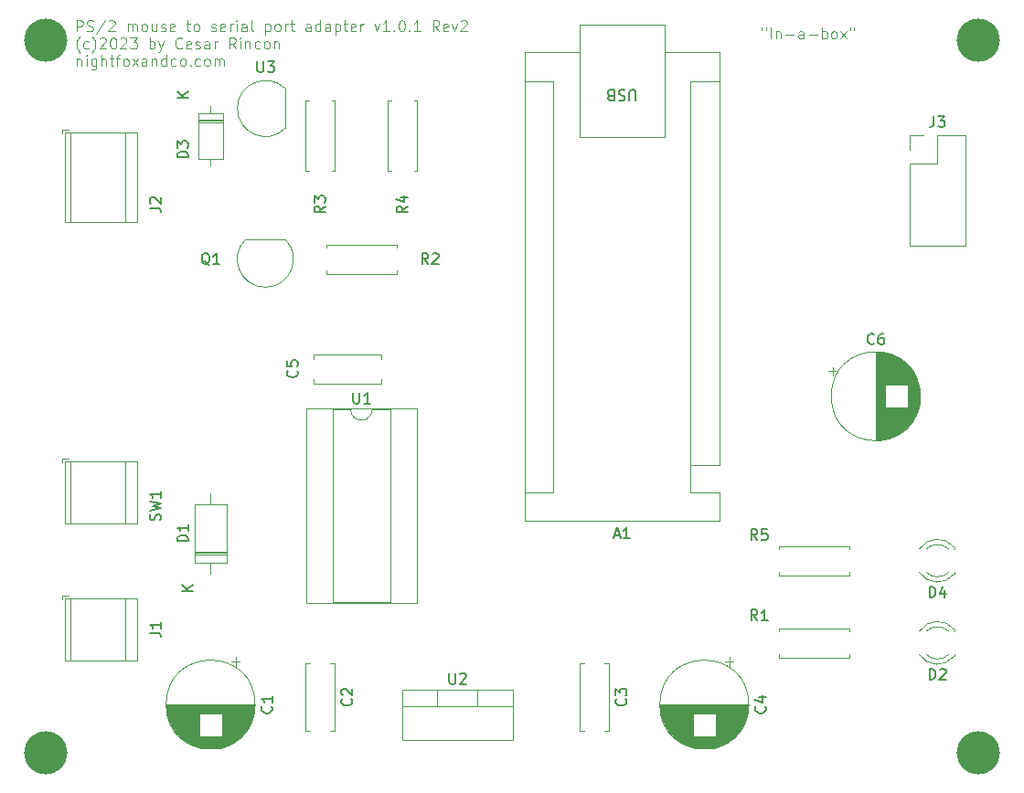
<source format=gbr>
%TF.GenerationSoftware,KiCad,Pcbnew,7.0.6*%
%TF.CreationDate,2023-08-10T18:19:11+02:00*%
%TF.ProjectId,ps2_mouse_to_serial_rev2,7073325f-6d6f-4757-9365-5f746f5f7365,rev?*%
%TF.SameCoordinates,Original*%
%TF.FileFunction,Legend,Top*%
%TF.FilePolarity,Positive*%
%FSLAX46Y46*%
G04 Gerber Fmt 4.6, Leading zero omitted, Abs format (unit mm)*
G04 Created by KiCad (PCBNEW 7.0.6) date 2023-08-10 18:19:11*
%MOMM*%
%LPD*%
G01*
G04 APERTURE LIST*
%ADD10C,0.100000*%
%ADD11C,0.150000*%
%ADD12C,0.120000*%
%ADD13C,4.000500*%
G04 APERTURE END LIST*
D10*
X30783884Y-27132419D02*
X30783884Y-26132419D01*
X30783884Y-26132419D02*
X31164836Y-26132419D01*
X31164836Y-26132419D02*
X31260074Y-26180038D01*
X31260074Y-26180038D02*
X31307693Y-26227657D01*
X31307693Y-26227657D02*
X31355312Y-26322895D01*
X31355312Y-26322895D02*
X31355312Y-26465752D01*
X31355312Y-26465752D02*
X31307693Y-26560990D01*
X31307693Y-26560990D02*
X31260074Y-26608609D01*
X31260074Y-26608609D02*
X31164836Y-26656228D01*
X31164836Y-26656228D02*
X30783884Y-26656228D01*
X31736265Y-27084800D02*
X31879122Y-27132419D01*
X31879122Y-27132419D02*
X32117217Y-27132419D01*
X32117217Y-27132419D02*
X32212455Y-27084800D01*
X32212455Y-27084800D02*
X32260074Y-27037180D01*
X32260074Y-27037180D02*
X32307693Y-26941942D01*
X32307693Y-26941942D02*
X32307693Y-26846704D01*
X32307693Y-26846704D02*
X32260074Y-26751466D01*
X32260074Y-26751466D02*
X32212455Y-26703847D01*
X32212455Y-26703847D02*
X32117217Y-26656228D01*
X32117217Y-26656228D02*
X31926741Y-26608609D01*
X31926741Y-26608609D02*
X31831503Y-26560990D01*
X31831503Y-26560990D02*
X31783884Y-26513371D01*
X31783884Y-26513371D02*
X31736265Y-26418133D01*
X31736265Y-26418133D02*
X31736265Y-26322895D01*
X31736265Y-26322895D02*
X31783884Y-26227657D01*
X31783884Y-26227657D02*
X31831503Y-26180038D01*
X31831503Y-26180038D02*
X31926741Y-26132419D01*
X31926741Y-26132419D02*
X32164836Y-26132419D01*
X32164836Y-26132419D02*
X32307693Y-26180038D01*
X33450550Y-26084800D02*
X32593408Y-27370514D01*
X33736265Y-26227657D02*
X33783884Y-26180038D01*
X33783884Y-26180038D02*
X33879122Y-26132419D01*
X33879122Y-26132419D02*
X34117217Y-26132419D01*
X34117217Y-26132419D02*
X34212455Y-26180038D01*
X34212455Y-26180038D02*
X34260074Y-26227657D01*
X34260074Y-26227657D02*
X34307693Y-26322895D01*
X34307693Y-26322895D02*
X34307693Y-26418133D01*
X34307693Y-26418133D02*
X34260074Y-26560990D01*
X34260074Y-26560990D02*
X33688646Y-27132419D01*
X33688646Y-27132419D02*
X34307693Y-27132419D01*
X35498170Y-27132419D02*
X35498170Y-26465752D01*
X35498170Y-26560990D02*
X35545789Y-26513371D01*
X35545789Y-26513371D02*
X35641027Y-26465752D01*
X35641027Y-26465752D02*
X35783884Y-26465752D01*
X35783884Y-26465752D02*
X35879122Y-26513371D01*
X35879122Y-26513371D02*
X35926741Y-26608609D01*
X35926741Y-26608609D02*
X35926741Y-27132419D01*
X35926741Y-26608609D02*
X35974360Y-26513371D01*
X35974360Y-26513371D02*
X36069598Y-26465752D01*
X36069598Y-26465752D02*
X36212455Y-26465752D01*
X36212455Y-26465752D02*
X36307694Y-26513371D01*
X36307694Y-26513371D02*
X36355313Y-26608609D01*
X36355313Y-26608609D02*
X36355313Y-27132419D01*
X36974360Y-27132419D02*
X36879122Y-27084800D01*
X36879122Y-27084800D02*
X36831503Y-27037180D01*
X36831503Y-27037180D02*
X36783884Y-26941942D01*
X36783884Y-26941942D02*
X36783884Y-26656228D01*
X36783884Y-26656228D02*
X36831503Y-26560990D01*
X36831503Y-26560990D02*
X36879122Y-26513371D01*
X36879122Y-26513371D02*
X36974360Y-26465752D01*
X36974360Y-26465752D02*
X37117217Y-26465752D01*
X37117217Y-26465752D02*
X37212455Y-26513371D01*
X37212455Y-26513371D02*
X37260074Y-26560990D01*
X37260074Y-26560990D02*
X37307693Y-26656228D01*
X37307693Y-26656228D02*
X37307693Y-26941942D01*
X37307693Y-26941942D02*
X37260074Y-27037180D01*
X37260074Y-27037180D02*
X37212455Y-27084800D01*
X37212455Y-27084800D02*
X37117217Y-27132419D01*
X37117217Y-27132419D02*
X36974360Y-27132419D01*
X38164836Y-26465752D02*
X38164836Y-27132419D01*
X37736265Y-26465752D02*
X37736265Y-26989561D01*
X37736265Y-26989561D02*
X37783884Y-27084800D01*
X37783884Y-27084800D02*
X37879122Y-27132419D01*
X37879122Y-27132419D02*
X38021979Y-27132419D01*
X38021979Y-27132419D02*
X38117217Y-27084800D01*
X38117217Y-27084800D02*
X38164836Y-27037180D01*
X38593408Y-27084800D02*
X38688646Y-27132419D01*
X38688646Y-27132419D02*
X38879122Y-27132419D01*
X38879122Y-27132419D02*
X38974360Y-27084800D01*
X38974360Y-27084800D02*
X39021979Y-26989561D01*
X39021979Y-26989561D02*
X39021979Y-26941942D01*
X39021979Y-26941942D02*
X38974360Y-26846704D01*
X38974360Y-26846704D02*
X38879122Y-26799085D01*
X38879122Y-26799085D02*
X38736265Y-26799085D01*
X38736265Y-26799085D02*
X38641027Y-26751466D01*
X38641027Y-26751466D02*
X38593408Y-26656228D01*
X38593408Y-26656228D02*
X38593408Y-26608609D01*
X38593408Y-26608609D02*
X38641027Y-26513371D01*
X38641027Y-26513371D02*
X38736265Y-26465752D01*
X38736265Y-26465752D02*
X38879122Y-26465752D01*
X38879122Y-26465752D02*
X38974360Y-26513371D01*
X39831503Y-27084800D02*
X39736265Y-27132419D01*
X39736265Y-27132419D02*
X39545789Y-27132419D01*
X39545789Y-27132419D02*
X39450551Y-27084800D01*
X39450551Y-27084800D02*
X39402932Y-26989561D01*
X39402932Y-26989561D02*
X39402932Y-26608609D01*
X39402932Y-26608609D02*
X39450551Y-26513371D01*
X39450551Y-26513371D02*
X39545789Y-26465752D01*
X39545789Y-26465752D02*
X39736265Y-26465752D01*
X39736265Y-26465752D02*
X39831503Y-26513371D01*
X39831503Y-26513371D02*
X39879122Y-26608609D01*
X39879122Y-26608609D02*
X39879122Y-26703847D01*
X39879122Y-26703847D02*
X39402932Y-26799085D01*
X40926742Y-26465752D02*
X41307694Y-26465752D01*
X41069599Y-26132419D02*
X41069599Y-26989561D01*
X41069599Y-26989561D02*
X41117218Y-27084800D01*
X41117218Y-27084800D02*
X41212456Y-27132419D01*
X41212456Y-27132419D02*
X41307694Y-27132419D01*
X41783885Y-27132419D02*
X41688647Y-27084800D01*
X41688647Y-27084800D02*
X41641028Y-27037180D01*
X41641028Y-27037180D02*
X41593409Y-26941942D01*
X41593409Y-26941942D02*
X41593409Y-26656228D01*
X41593409Y-26656228D02*
X41641028Y-26560990D01*
X41641028Y-26560990D02*
X41688647Y-26513371D01*
X41688647Y-26513371D02*
X41783885Y-26465752D01*
X41783885Y-26465752D02*
X41926742Y-26465752D01*
X41926742Y-26465752D02*
X42021980Y-26513371D01*
X42021980Y-26513371D02*
X42069599Y-26560990D01*
X42069599Y-26560990D02*
X42117218Y-26656228D01*
X42117218Y-26656228D02*
X42117218Y-26941942D01*
X42117218Y-26941942D02*
X42069599Y-27037180D01*
X42069599Y-27037180D02*
X42021980Y-27084800D01*
X42021980Y-27084800D02*
X41926742Y-27132419D01*
X41926742Y-27132419D02*
X41783885Y-27132419D01*
X43260076Y-27084800D02*
X43355314Y-27132419D01*
X43355314Y-27132419D02*
X43545790Y-27132419D01*
X43545790Y-27132419D02*
X43641028Y-27084800D01*
X43641028Y-27084800D02*
X43688647Y-26989561D01*
X43688647Y-26989561D02*
X43688647Y-26941942D01*
X43688647Y-26941942D02*
X43641028Y-26846704D01*
X43641028Y-26846704D02*
X43545790Y-26799085D01*
X43545790Y-26799085D02*
X43402933Y-26799085D01*
X43402933Y-26799085D02*
X43307695Y-26751466D01*
X43307695Y-26751466D02*
X43260076Y-26656228D01*
X43260076Y-26656228D02*
X43260076Y-26608609D01*
X43260076Y-26608609D02*
X43307695Y-26513371D01*
X43307695Y-26513371D02*
X43402933Y-26465752D01*
X43402933Y-26465752D02*
X43545790Y-26465752D01*
X43545790Y-26465752D02*
X43641028Y-26513371D01*
X44498171Y-27084800D02*
X44402933Y-27132419D01*
X44402933Y-27132419D02*
X44212457Y-27132419D01*
X44212457Y-27132419D02*
X44117219Y-27084800D01*
X44117219Y-27084800D02*
X44069600Y-26989561D01*
X44069600Y-26989561D02*
X44069600Y-26608609D01*
X44069600Y-26608609D02*
X44117219Y-26513371D01*
X44117219Y-26513371D02*
X44212457Y-26465752D01*
X44212457Y-26465752D02*
X44402933Y-26465752D01*
X44402933Y-26465752D02*
X44498171Y-26513371D01*
X44498171Y-26513371D02*
X44545790Y-26608609D01*
X44545790Y-26608609D02*
X44545790Y-26703847D01*
X44545790Y-26703847D02*
X44069600Y-26799085D01*
X44974362Y-27132419D02*
X44974362Y-26465752D01*
X44974362Y-26656228D02*
X45021981Y-26560990D01*
X45021981Y-26560990D02*
X45069600Y-26513371D01*
X45069600Y-26513371D02*
X45164838Y-26465752D01*
X45164838Y-26465752D02*
X45260076Y-26465752D01*
X45593410Y-27132419D02*
X45593410Y-26465752D01*
X45593410Y-26132419D02*
X45545791Y-26180038D01*
X45545791Y-26180038D02*
X45593410Y-26227657D01*
X45593410Y-26227657D02*
X45641029Y-26180038D01*
X45641029Y-26180038D02*
X45593410Y-26132419D01*
X45593410Y-26132419D02*
X45593410Y-26227657D01*
X46498171Y-27132419D02*
X46498171Y-26608609D01*
X46498171Y-26608609D02*
X46450552Y-26513371D01*
X46450552Y-26513371D02*
X46355314Y-26465752D01*
X46355314Y-26465752D02*
X46164838Y-26465752D01*
X46164838Y-26465752D02*
X46069600Y-26513371D01*
X46498171Y-27084800D02*
X46402933Y-27132419D01*
X46402933Y-27132419D02*
X46164838Y-27132419D01*
X46164838Y-27132419D02*
X46069600Y-27084800D01*
X46069600Y-27084800D02*
X46021981Y-26989561D01*
X46021981Y-26989561D02*
X46021981Y-26894323D01*
X46021981Y-26894323D02*
X46069600Y-26799085D01*
X46069600Y-26799085D02*
X46164838Y-26751466D01*
X46164838Y-26751466D02*
X46402933Y-26751466D01*
X46402933Y-26751466D02*
X46498171Y-26703847D01*
X47117219Y-27132419D02*
X47021981Y-27084800D01*
X47021981Y-27084800D02*
X46974362Y-26989561D01*
X46974362Y-26989561D02*
X46974362Y-26132419D01*
X48260077Y-26465752D02*
X48260077Y-27465752D01*
X48260077Y-26513371D02*
X48355315Y-26465752D01*
X48355315Y-26465752D02*
X48545791Y-26465752D01*
X48545791Y-26465752D02*
X48641029Y-26513371D01*
X48641029Y-26513371D02*
X48688648Y-26560990D01*
X48688648Y-26560990D02*
X48736267Y-26656228D01*
X48736267Y-26656228D02*
X48736267Y-26941942D01*
X48736267Y-26941942D02*
X48688648Y-27037180D01*
X48688648Y-27037180D02*
X48641029Y-27084800D01*
X48641029Y-27084800D02*
X48545791Y-27132419D01*
X48545791Y-27132419D02*
X48355315Y-27132419D01*
X48355315Y-27132419D02*
X48260077Y-27084800D01*
X49307696Y-27132419D02*
X49212458Y-27084800D01*
X49212458Y-27084800D02*
X49164839Y-27037180D01*
X49164839Y-27037180D02*
X49117220Y-26941942D01*
X49117220Y-26941942D02*
X49117220Y-26656228D01*
X49117220Y-26656228D02*
X49164839Y-26560990D01*
X49164839Y-26560990D02*
X49212458Y-26513371D01*
X49212458Y-26513371D02*
X49307696Y-26465752D01*
X49307696Y-26465752D02*
X49450553Y-26465752D01*
X49450553Y-26465752D02*
X49545791Y-26513371D01*
X49545791Y-26513371D02*
X49593410Y-26560990D01*
X49593410Y-26560990D02*
X49641029Y-26656228D01*
X49641029Y-26656228D02*
X49641029Y-26941942D01*
X49641029Y-26941942D02*
X49593410Y-27037180D01*
X49593410Y-27037180D02*
X49545791Y-27084800D01*
X49545791Y-27084800D02*
X49450553Y-27132419D01*
X49450553Y-27132419D02*
X49307696Y-27132419D01*
X50069601Y-27132419D02*
X50069601Y-26465752D01*
X50069601Y-26656228D02*
X50117220Y-26560990D01*
X50117220Y-26560990D02*
X50164839Y-26513371D01*
X50164839Y-26513371D02*
X50260077Y-26465752D01*
X50260077Y-26465752D02*
X50355315Y-26465752D01*
X50545792Y-26465752D02*
X50926744Y-26465752D01*
X50688649Y-26132419D02*
X50688649Y-26989561D01*
X50688649Y-26989561D02*
X50736268Y-27084800D01*
X50736268Y-27084800D02*
X50831506Y-27132419D01*
X50831506Y-27132419D02*
X50926744Y-27132419D01*
X52450554Y-27132419D02*
X52450554Y-26608609D01*
X52450554Y-26608609D02*
X52402935Y-26513371D01*
X52402935Y-26513371D02*
X52307697Y-26465752D01*
X52307697Y-26465752D02*
X52117221Y-26465752D01*
X52117221Y-26465752D02*
X52021983Y-26513371D01*
X52450554Y-27084800D02*
X52355316Y-27132419D01*
X52355316Y-27132419D02*
X52117221Y-27132419D01*
X52117221Y-27132419D02*
X52021983Y-27084800D01*
X52021983Y-27084800D02*
X51974364Y-26989561D01*
X51974364Y-26989561D02*
X51974364Y-26894323D01*
X51974364Y-26894323D02*
X52021983Y-26799085D01*
X52021983Y-26799085D02*
X52117221Y-26751466D01*
X52117221Y-26751466D02*
X52355316Y-26751466D01*
X52355316Y-26751466D02*
X52450554Y-26703847D01*
X53355316Y-27132419D02*
X53355316Y-26132419D01*
X53355316Y-27084800D02*
X53260078Y-27132419D01*
X53260078Y-27132419D02*
X53069602Y-27132419D01*
X53069602Y-27132419D02*
X52974364Y-27084800D01*
X52974364Y-27084800D02*
X52926745Y-27037180D01*
X52926745Y-27037180D02*
X52879126Y-26941942D01*
X52879126Y-26941942D02*
X52879126Y-26656228D01*
X52879126Y-26656228D02*
X52926745Y-26560990D01*
X52926745Y-26560990D02*
X52974364Y-26513371D01*
X52974364Y-26513371D02*
X53069602Y-26465752D01*
X53069602Y-26465752D02*
X53260078Y-26465752D01*
X53260078Y-26465752D02*
X53355316Y-26513371D01*
X54260078Y-27132419D02*
X54260078Y-26608609D01*
X54260078Y-26608609D02*
X54212459Y-26513371D01*
X54212459Y-26513371D02*
X54117221Y-26465752D01*
X54117221Y-26465752D02*
X53926745Y-26465752D01*
X53926745Y-26465752D02*
X53831507Y-26513371D01*
X54260078Y-27084800D02*
X54164840Y-27132419D01*
X54164840Y-27132419D02*
X53926745Y-27132419D01*
X53926745Y-27132419D02*
X53831507Y-27084800D01*
X53831507Y-27084800D02*
X53783888Y-26989561D01*
X53783888Y-26989561D02*
X53783888Y-26894323D01*
X53783888Y-26894323D02*
X53831507Y-26799085D01*
X53831507Y-26799085D02*
X53926745Y-26751466D01*
X53926745Y-26751466D02*
X54164840Y-26751466D01*
X54164840Y-26751466D02*
X54260078Y-26703847D01*
X54736269Y-26465752D02*
X54736269Y-27465752D01*
X54736269Y-26513371D02*
X54831507Y-26465752D01*
X54831507Y-26465752D02*
X55021983Y-26465752D01*
X55021983Y-26465752D02*
X55117221Y-26513371D01*
X55117221Y-26513371D02*
X55164840Y-26560990D01*
X55164840Y-26560990D02*
X55212459Y-26656228D01*
X55212459Y-26656228D02*
X55212459Y-26941942D01*
X55212459Y-26941942D02*
X55164840Y-27037180D01*
X55164840Y-27037180D02*
X55117221Y-27084800D01*
X55117221Y-27084800D02*
X55021983Y-27132419D01*
X55021983Y-27132419D02*
X54831507Y-27132419D01*
X54831507Y-27132419D02*
X54736269Y-27084800D01*
X55498174Y-26465752D02*
X55879126Y-26465752D01*
X55641031Y-26132419D02*
X55641031Y-26989561D01*
X55641031Y-26989561D02*
X55688650Y-27084800D01*
X55688650Y-27084800D02*
X55783888Y-27132419D01*
X55783888Y-27132419D02*
X55879126Y-27132419D01*
X56593412Y-27084800D02*
X56498174Y-27132419D01*
X56498174Y-27132419D02*
X56307698Y-27132419D01*
X56307698Y-27132419D02*
X56212460Y-27084800D01*
X56212460Y-27084800D02*
X56164841Y-26989561D01*
X56164841Y-26989561D02*
X56164841Y-26608609D01*
X56164841Y-26608609D02*
X56212460Y-26513371D01*
X56212460Y-26513371D02*
X56307698Y-26465752D01*
X56307698Y-26465752D02*
X56498174Y-26465752D01*
X56498174Y-26465752D02*
X56593412Y-26513371D01*
X56593412Y-26513371D02*
X56641031Y-26608609D01*
X56641031Y-26608609D02*
X56641031Y-26703847D01*
X56641031Y-26703847D02*
X56164841Y-26799085D01*
X57069603Y-27132419D02*
X57069603Y-26465752D01*
X57069603Y-26656228D02*
X57117222Y-26560990D01*
X57117222Y-26560990D02*
X57164841Y-26513371D01*
X57164841Y-26513371D02*
X57260079Y-26465752D01*
X57260079Y-26465752D02*
X57355317Y-26465752D01*
X58355318Y-26465752D02*
X58593413Y-27132419D01*
X58593413Y-27132419D02*
X58831508Y-26465752D01*
X59736270Y-27132419D02*
X59164842Y-27132419D01*
X59450556Y-27132419D02*
X59450556Y-26132419D01*
X59450556Y-26132419D02*
X59355318Y-26275276D01*
X59355318Y-26275276D02*
X59260080Y-26370514D01*
X59260080Y-26370514D02*
X59164842Y-26418133D01*
X60164842Y-27037180D02*
X60212461Y-27084800D01*
X60212461Y-27084800D02*
X60164842Y-27132419D01*
X60164842Y-27132419D02*
X60117223Y-27084800D01*
X60117223Y-27084800D02*
X60164842Y-27037180D01*
X60164842Y-27037180D02*
X60164842Y-27132419D01*
X60831508Y-26132419D02*
X60926746Y-26132419D01*
X60926746Y-26132419D02*
X61021984Y-26180038D01*
X61021984Y-26180038D02*
X61069603Y-26227657D01*
X61069603Y-26227657D02*
X61117222Y-26322895D01*
X61117222Y-26322895D02*
X61164841Y-26513371D01*
X61164841Y-26513371D02*
X61164841Y-26751466D01*
X61164841Y-26751466D02*
X61117222Y-26941942D01*
X61117222Y-26941942D02*
X61069603Y-27037180D01*
X61069603Y-27037180D02*
X61021984Y-27084800D01*
X61021984Y-27084800D02*
X60926746Y-27132419D01*
X60926746Y-27132419D02*
X60831508Y-27132419D01*
X60831508Y-27132419D02*
X60736270Y-27084800D01*
X60736270Y-27084800D02*
X60688651Y-27037180D01*
X60688651Y-27037180D02*
X60641032Y-26941942D01*
X60641032Y-26941942D02*
X60593413Y-26751466D01*
X60593413Y-26751466D02*
X60593413Y-26513371D01*
X60593413Y-26513371D02*
X60641032Y-26322895D01*
X60641032Y-26322895D02*
X60688651Y-26227657D01*
X60688651Y-26227657D02*
X60736270Y-26180038D01*
X60736270Y-26180038D02*
X60831508Y-26132419D01*
X61593413Y-27037180D02*
X61641032Y-27084800D01*
X61641032Y-27084800D02*
X61593413Y-27132419D01*
X61593413Y-27132419D02*
X61545794Y-27084800D01*
X61545794Y-27084800D02*
X61593413Y-27037180D01*
X61593413Y-27037180D02*
X61593413Y-27132419D01*
X62593412Y-27132419D02*
X62021984Y-27132419D01*
X62307698Y-27132419D02*
X62307698Y-26132419D01*
X62307698Y-26132419D02*
X62212460Y-26275276D01*
X62212460Y-26275276D02*
X62117222Y-26370514D01*
X62117222Y-26370514D02*
X62021984Y-26418133D01*
X64355317Y-27132419D02*
X64021984Y-26656228D01*
X63783889Y-27132419D02*
X63783889Y-26132419D01*
X63783889Y-26132419D02*
X64164841Y-26132419D01*
X64164841Y-26132419D02*
X64260079Y-26180038D01*
X64260079Y-26180038D02*
X64307698Y-26227657D01*
X64307698Y-26227657D02*
X64355317Y-26322895D01*
X64355317Y-26322895D02*
X64355317Y-26465752D01*
X64355317Y-26465752D02*
X64307698Y-26560990D01*
X64307698Y-26560990D02*
X64260079Y-26608609D01*
X64260079Y-26608609D02*
X64164841Y-26656228D01*
X64164841Y-26656228D02*
X63783889Y-26656228D01*
X65164841Y-27084800D02*
X65069603Y-27132419D01*
X65069603Y-27132419D02*
X64879127Y-27132419D01*
X64879127Y-27132419D02*
X64783889Y-27084800D01*
X64783889Y-27084800D02*
X64736270Y-26989561D01*
X64736270Y-26989561D02*
X64736270Y-26608609D01*
X64736270Y-26608609D02*
X64783889Y-26513371D01*
X64783889Y-26513371D02*
X64879127Y-26465752D01*
X64879127Y-26465752D02*
X65069603Y-26465752D01*
X65069603Y-26465752D02*
X65164841Y-26513371D01*
X65164841Y-26513371D02*
X65212460Y-26608609D01*
X65212460Y-26608609D02*
X65212460Y-26703847D01*
X65212460Y-26703847D02*
X64736270Y-26799085D01*
X65545794Y-26465752D02*
X65783889Y-27132419D01*
X65783889Y-27132419D02*
X66021984Y-26465752D01*
X66355318Y-26227657D02*
X66402937Y-26180038D01*
X66402937Y-26180038D02*
X66498175Y-26132419D01*
X66498175Y-26132419D02*
X66736270Y-26132419D01*
X66736270Y-26132419D02*
X66831508Y-26180038D01*
X66831508Y-26180038D02*
X66879127Y-26227657D01*
X66879127Y-26227657D02*
X66926746Y-26322895D01*
X66926746Y-26322895D02*
X66926746Y-26418133D01*
X66926746Y-26418133D02*
X66879127Y-26560990D01*
X66879127Y-26560990D02*
X66307699Y-27132419D01*
X66307699Y-27132419D02*
X66926746Y-27132419D01*
X31069598Y-29123371D02*
X31021979Y-29075752D01*
X31021979Y-29075752D02*
X30926741Y-28932895D01*
X30926741Y-28932895D02*
X30879122Y-28837657D01*
X30879122Y-28837657D02*
X30831503Y-28694800D01*
X30831503Y-28694800D02*
X30783884Y-28456704D01*
X30783884Y-28456704D02*
X30783884Y-28266228D01*
X30783884Y-28266228D02*
X30831503Y-28028133D01*
X30831503Y-28028133D02*
X30879122Y-27885276D01*
X30879122Y-27885276D02*
X30926741Y-27790038D01*
X30926741Y-27790038D02*
X31021979Y-27647180D01*
X31021979Y-27647180D02*
X31069598Y-27599561D01*
X31879122Y-28694800D02*
X31783884Y-28742419D01*
X31783884Y-28742419D02*
X31593408Y-28742419D01*
X31593408Y-28742419D02*
X31498170Y-28694800D01*
X31498170Y-28694800D02*
X31450551Y-28647180D01*
X31450551Y-28647180D02*
X31402932Y-28551942D01*
X31402932Y-28551942D02*
X31402932Y-28266228D01*
X31402932Y-28266228D02*
X31450551Y-28170990D01*
X31450551Y-28170990D02*
X31498170Y-28123371D01*
X31498170Y-28123371D02*
X31593408Y-28075752D01*
X31593408Y-28075752D02*
X31783884Y-28075752D01*
X31783884Y-28075752D02*
X31879122Y-28123371D01*
X32212456Y-29123371D02*
X32260075Y-29075752D01*
X32260075Y-29075752D02*
X32355313Y-28932895D01*
X32355313Y-28932895D02*
X32402932Y-28837657D01*
X32402932Y-28837657D02*
X32450551Y-28694800D01*
X32450551Y-28694800D02*
X32498170Y-28456704D01*
X32498170Y-28456704D02*
X32498170Y-28266228D01*
X32498170Y-28266228D02*
X32450551Y-28028133D01*
X32450551Y-28028133D02*
X32402932Y-27885276D01*
X32402932Y-27885276D02*
X32355313Y-27790038D01*
X32355313Y-27790038D02*
X32260075Y-27647180D01*
X32260075Y-27647180D02*
X32212456Y-27599561D01*
X32926742Y-27837657D02*
X32974361Y-27790038D01*
X32974361Y-27790038D02*
X33069599Y-27742419D01*
X33069599Y-27742419D02*
X33307694Y-27742419D01*
X33307694Y-27742419D02*
X33402932Y-27790038D01*
X33402932Y-27790038D02*
X33450551Y-27837657D01*
X33450551Y-27837657D02*
X33498170Y-27932895D01*
X33498170Y-27932895D02*
X33498170Y-28028133D01*
X33498170Y-28028133D02*
X33450551Y-28170990D01*
X33450551Y-28170990D02*
X32879123Y-28742419D01*
X32879123Y-28742419D02*
X33498170Y-28742419D01*
X34117218Y-27742419D02*
X34212456Y-27742419D01*
X34212456Y-27742419D02*
X34307694Y-27790038D01*
X34307694Y-27790038D02*
X34355313Y-27837657D01*
X34355313Y-27837657D02*
X34402932Y-27932895D01*
X34402932Y-27932895D02*
X34450551Y-28123371D01*
X34450551Y-28123371D02*
X34450551Y-28361466D01*
X34450551Y-28361466D02*
X34402932Y-28551942D01*
X34402932Y-28551942D02*
X34355313Y-28647180D01*
X34355313Y-28647180D02*
X34307694Y-28694800D01*
X34307694Y-28694800D02*
X34212456Y-28742419D01*
X34212456Y-28742419D02*
X34117218Y-28742419D01*
X34117218Y-28742419D02*
X34021980Y-28694800D01*
X34021980Y-28694800D02*
X33974361Y-28647180D01*
X33974361Y-28647180D02*
X33926742Y-28551942D01*
X33926742Y-28551942D02*
X33879123Y-28361466D01*
X33879123Y-28361466D02*
X33879123Y-28123371D01*
X33879123Y-28123371D02*
X33926742Y-27932895D01*
X33926742Y-27932895D02*
X33974361Y-27837657D01*
X33974361Y-27837657D02*
X34021980Y-27790038D01*
X34021980Y-27790038D02*
X34117218Y-27742419D01*
X34831504Y-27837657D02*
X34879123Y-27790038D01*
X34879123Y-27790038D02*
X34974361Y-27742419D01*
X34974361Y-27742419D02*
X35212456Y-27742419D01*
X35212456Y-27742419D02*
X35307694Y-27790038D01*
X35307694Y-27790038D02*
X35355313Y-27837657D01*
X35355313Y-27837657D02*
X35402932Y-27932895D01*
X35402932Y-27932895D02*
X35402932Y-28028133D01*
X35402932Y-28028133D02*
X35355313Y-28170990D01*
X35355313Y-28170990D02*
X34783885Y-28742419D01*
X34783885Y-28742419D02*
X35402932Y-28742419D01*
X35736266Y-27742419D02*
X36355313Y-27742419D01*
X36355313Y-27742419D02*
X36021980Y-28123371D01*
X36021980Y-28123371D02*
X36164837Y-28123371D01*
X36164837Y-28123371D02*
X36260075Y-28170990D01*
X36260075Y-28170990D02*
X36307694Y-28218609D01*
X36307694Y-28218609D02*
X36355313Y-28313847D01*
X36355313Y-28313847D02*
X36355313Y-28551942D01*
X36355313Y-28551942D02*
X36307694Y-28647180D01*
X36307694Y-28647180D02*
X36260075Y-28694800D01*
X36260075Y-28694800D02*
X36164837Y-28742419D01*
X36164837Y-28742419D02*
X35879123Y-28742419D01*
X35879123Y-28742419D02*
X35783885Y-28694800D01*
X35783885Y-28694800D02*
X35736266Y-28647180D01*
X37545790Y-28742419D02*
X37545790Y-27742419D01*
X37545790Y-28123371D02*
X37641028Y-28075752D01*
X37641028Y-28075752D02*
X37831504Y-28075752D01*
X37831504Y-28075752D02*
X37926742Y-28123371D01*
X37926742Y-28123371D02*
X37974361Y-28170990D01*
X37974361Y-28170990D02*
X38021980Y-28266228D01*
X38021980Y-28266228D02*
X38021980Y-28551942D01*
X38021980Y-28551942D02*
X37974361Y-28647180D01*
X37974361Y-28647180D02*
X37926742Y-28694800D01*
X37926742Y-28694800D02*
X37831504Y-28742419D01*
X37831504Y-28742419D02*
X37641028Y-28742419D01*
X37641028Y-28742419D02*
X37545790Y-28694800D01*
X38355314Y-28075752D02*
X38593409Y-28742419D01*
X38831504Y-28075752D02*
X38593409Y-28742419D01*
X38593409Y-28742419D02*
X38498171Y-28980514D01*
X38498171Y-28980514D02*
X38450552Y-29028133D01*
X38450552Y-29028133D02*
X38355314Y-29075752D01*
X40545790Y-28647180D02*
X40498171Y-28694800D01*
X40498171Y-28694800D02*
X40355314Y-28742419D01*
X40355314Y-28742419D02*
X40260076Y-28742419D01*
X40260076Y-28742419D02*
X40117219Y-28694800D01*
X40117219Y-28694800D02*
X40021981Y-28599561D01*
X40021981Y-28599561D02*
X39974362Y-28504323D01*
X39974362Y-28504323D02*
X39926743Y-28313847D01*
X39926743Y-28313847D02*
X39926743Y-28170990D01*
X39926743Y-28170990D02*
X39974362Y-27980514D01*
X39974362Y-27980514D02*
X40021981Y-27885276D01*
X40021981Y-27885276D02*
X40117219Y-27790038D01*
X40117219Y-27790038D02*
X40260076Y-27742419D01*
X40260076Y-27742419D02*
X40355314Y-27742419D01*
X40355314Y-27742419D02*
X40498171Y-27790038D01*
X40498171Y-27790038D02*
X40545790Y-27837657D01*
X41355314Y-28694800D02*
X41260076Y-28742419D01*
X41260076Y-28742419D02*
X41069600Y-28742419D01*
X41069600Y-28742419D02*
X40974362Y-28694800D01*
X40974362Y-28694800D02*
X40926743Y-28599561D01*
X40926743Y-28599561D02*
X40926743Y-28218609D01*
X40926743Y-28218609D02*
X40974362Y-28123371D01*
X40974362Y-28123371D02*
X41069600Y-28075752D01*
X41069600Y-28075752D02*
X41260076Y-28075752D01*
X41260076Y-28075752D02*
X41355314Y-28123371D01*
X41355314Y-28123371D02*
X41402933Y-28218609D01*
X41402933Y-28218609D02*
X41402933Y-28313847D01*
X41402933Y-28313847D02*
X40926743Y-28409085D01*
X41783886Y-28694800D02*
X41879124Y-28742419D01*
X41879124Y-28742419D02*
X42069600Y-28742419D01*
X42069600Y-28742419D02*
X42164838Y-28694800D01*
X42164838Y-28694800D02*
X42212457Y-28599561D01*
X42212457Y-28599561D02*
X42212457Y-28551942D01*
X42212457Y-28551942D02*
X42164838Y-28456704D01*
X42164838Y-28456704D02*
X42069600Y-28409085D01*
X42069600Y-28409085D02*
X41926743Y-28409085D01*
X41926743Y-28409085D02*
X41831505Y-28361466D01*
X41831505Y-28361466D02*
X41783886Y-28266228D01*
X41783886Y-28266228D02*
X41783886Y-28218609D01*
X41783886Y-28218609D02*
X41831505Y-28123371D01*
X41831505Y-28123371D02*
X41926743Y-28075752D01*
X41926743Y-28075752D02*
X42069600Y-28075752D01*
X42069600Y-28075752D02*
X42164838Y-28123371D01*
X43069600Y-28742419D02*
X43069600Y-28218609D01*
X43069600Y-28218609D02*
X43021981Y-28123371D01*
X43021981Y-28123371D02*
X42926743Y-28075752D01*
X42926743Y-28075752D02*
X42736267Y-28075752D01*
X42736267Y-28075752D02*
X42641029Y-28123371D01*
X43069600Y-28694800D02*
X42974362Y-28742419D01*
X42974362Y-28742419D02*
X42736267Y-28742419D01*
X42736267Y-28742419D02*
X42641029Y-28694800D01*
X42641029Y-28694800D02*
X42593410Y-28599561D01*
X42593410Y-28599561D02*
X42593410Y-28504323D01*
X42593410Y-28504323D02*
X42641029Y-28409085D01*
X42641029Y-28409085D02*
X42736267Y-28361466D01*
X42736267Y-28361466D02*
X42974362Y-28361466D01*
X42974362Y-28361466D02*
X43069600Y-28313847D01*
X43545791Y-28742419D02*
X43545791Y-28075752D01*
X43545791Y-28266228D02*
X43593410Y-28170990D01*
X43593410Y-28170990D02*
X43641029Y-28123371D01*
X43641029Y-28123371D02*
X43736267Y-28075752D01*
X43736267Y-28075752D02*
X43831505Y-28075752D01*
X45498172Y-28742419D02*
X45164839Y-28266228D01*
X44926744Y-28742419D02*
X44926744Y-27742419D01*
X44926744Y-27742419D02*
X45307696Y-27742419D01*
X45307696Y-27742419D02*
X45402934Y-27790038D01*
X45402934Y-27790038D02*
X45450553Y-27837657D01*
X45450553Y-27837657D02*
X45498172Y-27932895D01*
X45498172Y-27932895D02*
X45498172Y-28075752D01*
X45498172Y-28075752D02*
X45450553Y-28170990D01*
X45450553Y-28170990D02*
X45402934Y-28218609D01*
X45402934Y-28218609D02*
X45307696Y-28266228D01*
X45307696Y-28266228D02*
X44926744Y-28266228D01*
X45926744Y-28742419D02*
X45926744Y-28075752D01*
X45926744Y-27742419D02*
X45879125Y-27790038D01*
X45879125Y-27790038D02*
X45926744Y-27837657D01*
X45926744Y-27837657D02*
X45974363Y-27790038D01*
X45974363Y-27790038D02*
X45926744Y-27742419D01*
X45926744Y-27742419D02*
X45926744Y-27837657D01*
X46402934Y-28075752D02*
X46402934Y-28742419D01*
X46402934Y-28170990D02*
X46450553Y-28123371D01*
X46450553Y-28123371D02*
X46545791Y-28075752D01*
X46545791Y-28075752D02*
X46688648Y-28075752D01*
X46688648Y-28075752D02*
X46783886Y-28123371D01*
X46783886Y-28123371D02*
X46831505Y-28218609D01*
X46831505Y-28218609D02*
X46831505Y-28742419D01*
X47736267Y-28694800D02*
X47641029Y-28742419D01*
X47641029Y-28742419D02*
X47450553Y-28742419D01*
X47450553Y-28742419D02*
X47355315Y-28694800D01*
X47355315Y-28694800D02*
X47307696Y-28647180D01*
X47307696Y-28647180D02*
X47260077Y-28551942D01*
X47260077Y-28551942D02*
X47260077Y-28266228D01*
X47260077Y-28266228D02*
X47307696Y-28170990D01*
X47307696Y-28170990D02*
X47355315Y-28123371D01*
X47355315Y-28123371D02*
X47450553Y-28075752D01*
X47450553Y-28075752D02*
X47641029Y-28075752D01*
X47641029Y-28075752D02*
X47736267Y-28123371D01*
X48307696Y-28742419D02*
X48212458Y-28694800D01*
X48212458Y-28694800D02*
X48164839Y-28647180D01*
X48164839Y-28647180D02*
X48117220Y-28551942D01*
X48117220Y-28551942D02*
X48117220Y-28266228D01*
X48117220Y-28266228D02*
X48164839Y-28170990D01*
X48164839Y-28170990D02*
X48212458Y-28123371D01*
X48212458Y-28123371D02*
X48307696Y-28075752D01*
X48307696Y-28075752D02*
X48450553Y-28075752D01*
X48450553Y-28075752D02*
X48545791Y-28123371D01*
X48545791Y-28123371D02*
X48593410Y-28170990D01*
X48593410Y-28170990D02*
X48641029Y-28266228D01*
X48641029Y-28266228D02*
X48641029Y-28551942D01*
X48641029Y-28551942D02*
X48593410Y-28647180D01*
X48593410Y-28647180D02*
X48545791Y-28694800D01*
X48545791Y-28694800D02*
X48450553Y-28742419D01*
X48450553Y-28742419D02*
X48307696Y-28742419D01*
X49069601Y-28075752D02*
X49069601Y-28742419D01*
X49069601Y-28170990D02*
X49117220Y-28123371D01*
X49117220Y-28123371D02*
X49212458Y-28075752D01*
X49212458Y-28075752D02*
X49355315Y-28075752D01*
X49355315Y-28075752D02*
X49450553Y-28123371D01*
X49450553Y-28123371D02*
X49498172Y-28218609D01*
X49498172Y-28218609D02*
X49498172Y-28742419D01*
X30783884Y-29685752D02*
X30783884Y-30352419D01*
X30783884Y-29780990D02*
X30831503Y-29733371D01*
X30831503Y-29733371D02*
X30926741Y-29685752D01*
X30926741Y-29685752D02*
X31069598Y-29685752D01*
X31069598Y-29685752D02*
X31164836Y-29733371D01*
X31164836Y-29733371D02*
X31212455Y-29828609D01*
X31212455Y-29828609D02*
X31212455Y-30352419D01*
X31688646Y-30352419D02*
X31688646Y-29685752D01*
X31688646Y-29352419D02*
X31641027Y-29400038D01*
X31641027Y-29400038D02*
X31688646Y-29447657D01*
X31688646Y-29447657D02*
X31736265Y-29400038D01*
X31736265Y-29400038D02*
X31688646Y-29352419D01*
X31688646Y-29352419D02*
X31688646Y-29447657D01*
X32593407Y-29685752D02*
X32593407Y-30495276D01*
X32593407Y-30495276D02*
X32545788Y-30590514D01*
X32545788Y-30590514D02*
X32498169Y-30638133D01*
X32498169Y-30638133D02*
X32402931Y-30685752D01*
X32402931Y-30685752D02*
X32260074Y-30685752D01*
X32260074Y-30685752D02*
X32164836Y-30638133D01*
X32593407Y-30304800D02*
X32498169Y-30352419D01*
X32498169Y-30352419D02*
X32307693Y-30352419D01*
X32307693Y-30352419D02*
X32212455Y-30304800D01*
X32212455Y-30304800D02*
X32164836Y-30257180D01*
X32164836Y-30257180D02*
X32117217Y-30161942D01*
X32117217Y-30161942D02*
X32117217Y-29876228D01*
X32117217Y-29876228D02*
X32164836Y-29780990D01*
X32164836Y-29780990D02*
X32212455Y-29733371D01*
X32212455Y-29733371D02*
X32307693Y-29685752D01*
X32307693Y-29685752D02*
X32498169Y-29685752D01*
X32498169Y-29685752D02*
X32593407Y-29733371D01*
X33069598Y-30352419D02*
X33069598Y-29352419D01*
X33498169Y-30352419D02*
X33498169Y-29828609D01*
X33498169Y-29828609D02*
X33450550Y-29733371D01*
X33450550Y-29733371D02*
X33355312Y-29685752D01*
X33355312Y-29685752D02*
X33212455Y-29685752D01*
X33212455Y-29685752D02*
X33117217Y-29733371D01*
X33117217Y-29733371D02*
X33069598Y-29780990D01*
X33831503Y-29685752D02*
X34212455Y-29685752D01*
X33974360Y-29352419D02*
X33974360Y-30209561D01*
X33974360Y-30209561D02*
X34021979Y-30304800D01*
X34021979Y-30304800D02*
X34117217Y-30352419D01*
X34117217Y-30352419D02*
X34212455Y-30352419D01*
X34402932Y-29685752D02*
X34783884Y-29685752D01*
X34545789Y-30352419D02*
X34545789Y-29495276D01*
X34545789Y-29495276D02*
X34593408Y-29400038D01*
X34593408Y-29400038D02*
X34688646Y-29352419D01*
X34688646Y-29352419D02*
X34783884Y-29352419D01*
X35260075Y-30352419D02*
X35164837Y-30304800D01*
X35164837Y-30304800D02*
X35117218Y-30257180D01*
X35117218Y-30257180D02*
X35069599Y-30161942D01*
X35069599Y-30161942D02*
X35069599Y-29876228D01*
X35069599Y-29876228D02*
X35117218Y-29780990D01*
X35117218Y-29780990D02*
X35164837Y-29733371D01*
X35164837Y-29733371D02*
X35260075Y-29685752D01*
X35260075Y-29685752D02*
X35402932Y-29685752D01*
X35402932Y-29685752D02*
X35498170Y-29733371D01*
X35498170Y-29733371D02*
X35545789Y-29780990D01*
X35545789Y-29780990D02*
X35593408Y-29876228D01*
X35593408Y-29876228D02*
X35593408Y-30161942D01*
X35593408Y-30161942D02*
X35545789Y-30257180D01*
X35545789Y-30257180D02*
X35498170Y-30304800D01*
X35498170Y-30304800D02*
X35402932Y-30352419D01*
X35402932Y-30352419D02*
X35260075Y-30352419D01*
X35926742Y-30352419D02*
X36450551Y-29685752D01*
X35926742Y-29685752D02*
X36450551Y-30352419D01*
X37260075Y-30352419D02*
X37260075Y-29828609D01*
X37260075Y-29828609D02*
X37212456Y-29733371D01*
X37212456Y-29733371D02*
X37117218Y-29685752D01*
X37117218Y-29685752D02*
X36926742Y-29685752D01*
X36926742Y-29685752D02*
X36831504Y-29733371D01*
X37260075Y-30304800D02*
X37164837Y-30352419D01*
X37164837Y-30352419D02*
X36926742Y-30352419D01*
X36926742Y-30352419D02*
X36831504Y-30304800D01*
X36831504Y-30304800D02*
X36783885Y-30209561D01*
X36783885Y-30209561D02*
X36783885Y-30114323D01*
X36783885Y-30114323D02*
X36831504Y-30019085D01*
X36831504Y-30019085D02*
X36926742Y-29971466D01*
X36926742Y-29971466D02*
X37164837Y-29971466D01*
X37164837Y-29971466D02*
X37260075Y-29923847D01*
X37736266Y-29685752D02*
X37736266Y-30352419D01*
X37736266Y-29780990D02*
X37783885Y-29733371D01*
X37783885Y-29733371D02*
X37879123Y-29685752D01*
X37879123Y-29685752D02*
X38021980Y-29685752D01*
X38021980Y-29685752D02*
X38117218Y-29733371D01*
X38117218Y-29733371D02*
X38164837Y-29828609D01*
X38164837Y-29828609D02*
X38164837Y-30352419D01*
X39069599Y-30352419D02*
X39069599Y-29352419D01*
X39069599Y-30304800D02*
X38974361Y-30352419D01*
X38974361Y-30352419D02*
X38783885Y-30352419D01*
X38783885Y-30352419D02*
X38688647Y-30304800D01*
X38688647Y-30304800D02*
X38641028Y-30257180D01*
X38641028Y-30257180D02*
X38593409Y-30161942D01*
X38593409Y-30161942D02*
X38593409Y-29876228D01*
X38593409Y-29876228D02*
X38641028Y-29780990D01*
X38641028Y-29780990D02*
X38688647Y-29733371D01*
X38688647Y-29733371D02*
X38783885Y-29685752D01*
X38783885Y-29685752D02*
X38974361Y-29685752D01*
X38974361Y-29685752D02*
X39069599Y-29733371D01*
X39974361Y-30304800D02*
X39879123Y-30352419D01*
X39879123Y-30352419D02*
X39688647Y-30352419D01*
X39688647Y-30352419D02*
X39593409Y-30304800D01*
X39593409Y-30304800D02*
X39545790Y-30257180D01*
X39545790Y-30257180D02*
X39498171Y-30161942D01*
X39498171Y-30161942D02*
X39498171Y-29876228D01*
X39498171Y-29876228D02*
X39545790Y-29780990D01*
X39545790Y-29780990D02*
X39593409Y-29733371D01*
X39593409Y-29733371D02*
X39688647Y-29685752D01*
X39688647Y-29685752D02*
X39879123Y-29685752D01*
X39879123Y-29685752D02*
X39974361Y-29733371D01*
X40545790Y-30352419D02*
X40450552Y-30304800D01*
X40450552Y-30304800D02*
X40402933Y-30257180D01*
X40402933Y-30257180D02*
X40355314Y-30161942D01*
X40355314Y-30161942D02*
X40355314Y-29876228D01*
X40355314Y-29876228D02*
X40402933Y-29780990D01*
X40402933Y-29780990D02*
X40450552Y-29733371D01*
X40450552Y-29733371D02*
X40545790Y-29685752D01*
X40545790Y-29685752D02*
X40688647Y-29685752D01*
X40688647Y-29685752D02*
X40783885Y-29733371D01*
X40783885Y-29733371D02*
X40831504Y-29780990D01*
X40831504Y-29780990D02*
X40879123Y-29876228D01*
X40879123Y-29876228D02*
X40879123Y-30161942D01*
X40879123Y-30161942D02*
X40831504Y-30257180D01*
X40831504Y-30257180D02*
X40783885Y-30304800D01*
X40783885Y-30304800D02*
X40688647Y-30352419D01*
X40688647Y-30352419D02*
X40545790Y-30352419D01*
X41307695Y-30257180D02*
X41355314Y-30304800D01*
X41355314Y-30304800D02*
X41307695Y-30352419D01*
X41307695Y-30352419D02*
X41260076Y-30304800D01*
X41260076Y-30304800D02*
X41307695Y-30257180D01*
X41307695Y-30257180D02*
X41307695Y-30352419D01*
X42212456Y-30304800D02*
X42117218Y-30352419D01*
X42117218Y-30352419D02*
X41926742Y-30352419D01*
X41926742Y-30352419D02*
X41831504Y-30304800D01*
X41831504Y-30304800D02*
X41783885Y-30257180D01*
X41783885Y-30257180D02*
X41736266Y-30161942D01*
X41736266Y-30161942D02*
X41736266Y-29876228D01*
X41736266Y-29876228D02*
X41783885Y-29780990D01*
X41783885Y-29780990D02*
X41831504Y-29733371D01*
X41831504Y-29733371D02*
X41926742Y-29685752D01*
X41926742Y-29685752D02*
X42117218Y-29685752D01*
X42117218Y-29685752D02*
X42212456Y-29733371D01*
X42783885Y-30352419D02*
X42688647Y-30304800D01*
X42688647Y-30304800D02*
X42641028Y-30257180D01*
X42641028Y-30257180D02*
X42593409Y-30161942D01*
X42593409Y-30161942D02*
X42593409Y-29876228D01*
X42593409Y-29876228D02*
X42641028Y-29780990D01*
X42641028Y-29780990D02*
X42688647Y-29733371D01*
X42688647Y-29733371D02*
X42783885Y-29685752D01*
X42783885Y-29685752D02*
X42926742Y-29685752D01*
X42926742Y-29685752D02*
X43021980Y-29733371D01*
X43021980Y-29733371D02*
X43069599Y-29780990D01*
X43069599Y-29780990D02*
X43117218Y-29876228D01*
X43117218Y-29876228D02*
X43117218Y-30161942D01*
X43117218Y-30161942D02*
X43069599Y-30257180D01*
X43069599Y-30257180D02*
X43021980Y-30304800D01*
X43021980Y-30304800D02*
X42926742Y-30352419D01*
X42926742Y-30352419D02*
X42783885Y-30352419D01*
X43545790Y-30352419D02*
X43545790Y-29685752D01*
X43545790Y-29780990D02*
X43593409Y-29733371D01*
X43593409Y-29733371D02*
X43688647Y-29685752D01*
X43688647Y-29685752D02*
X43831504Y-29685752D01*
X43831504Y-29685752D02*
X43926742Y-29733371D01*
X43926742Y-29733371D02*
X43974361Y-29828609D01*
X43974361Y-29828609D02*
X43974361Y-30352419D01*
X43974361Y-29828609D02*
X44021980Y-29733371D01*
X44021980Y-29733371D02*
X44117218Y-29685752D01*
X44117218Y-29685752D02*
X44260075Y-29685752D01*
X44260075Y-29685752D02*
X44355314Y-29733371D01*
X44355314Y-29733371D02*
X44402933Y-29828609D01*
X44402933Y-29828609D02*
X44402933Y-30352419D01*
X94236265Y-26812419D02*
X94236265Y-27002895D01*
X94617217Y-26812419D02*
X94617217Y-27002895D01*
X95045789Y-27812419D02*
X95045789Y-26812419D01*
X95521979Y-27145752D02*
X95521979Y-27812419D01*
X95521979Y-27240990D02*
X95569598Y-27193371D01*
X95569598Y-27193371D02*
X95664836Y-27145752D01*
X95664836Y-27145752D02*
X95807693Y-27145752D01*
X95807693Y-27145752D02*
X95902931Y-27193371D01*
X95902931Y-27193371D02*
X95950550Y-27288609D01*
X95950550Y-27288609D02*
X95950550Y-27812419D01*
X96426741Y-27431466D02*
X97188646Y-27431466D01*
X98093407Y-27812419D02*
X98093407Y-27288609D01*
X98093407Y-27288609D02*
X98045788Y-27193371D01*
X98045788Y-27193371D02*
X97950550Y-27145752D01*
X97950550Y-27145752D02*
X97760074Y-27145752D01*
X97760074Y-27145752D02*
X97664836Y-27193371D01*
X98093407Y-27764800D02*
X97998169Y-27812419D01*
X97998169Y-27812419D02*
X97760074Y-27812419D01*
X97760074Y-27812419D02*
X97664836Y-27764800D01*
X97664836Y-27764800D02*
X97617217Y-27669561D01*
X97617217Y-27669561D02*
X97617217Y-27574323D01*
X97617217Y-27574323D02*
X97664836Y-27479085D01*
X97664836Y-27479085D02*
X97760074Y-27431466D01*
X97760074Y-27431466D02*
X97998169Y-27431466D01*
X97998169Y-27431466D02*
X98093407Y-27383847D01*
X98569598Y-27431466D02*
X99331503Y-27431466D01*
X99807693Y-27812419D02*
X99807693Y-26812419D01*
X99807693Y-27193371D02*
X99902931Y-27145752D01*
X99902931Y-27145752D02*
X100093407Y-27145752D01*
X100093407Y-27145752D02*
X100188645Y-27193371D01*
X100188645Y-27193371D02*
X100236264Y-27240990D01*
X100236264Y-27240990D02*
X100283883Y-27336228D01*
X100283883Y-27336228D02*
X100283883Y-27621942D01*
X100283883Y-27621942D02*
X100236264Y-27717180D01*
X100236264Y-27717180D02*
X100188645Y-27764800D01*
X100188645Y-27764800D02*
X100093407Y-27812419D01*
X100093407Y-27812419D02*
X99902931Y-27812419D01*
X99902931Y-27812419D02*
X99807693Y-27764800D01*
X100855312Y-27812419D02*
X100760074Y-27764800D01*
X100760074Y-27764800D02*
X100712455Y-27717180D01*
X100712455Y-27717180D02*
X100664836Y-27621942D01*
X100664836Y-27621942D02*
X100664836Y-27336228D01*
X100664836Y-27336228D02*
X100712455Y-27240990D01*
X100712455Y-27240990D02*
X100760074Y-27193371D01*
X100760074Y-27193371D02*
X100855312Y-27145752D01*
X100855312Y-27145752D02*
X100998169Y-27145752D01*
X100998169Y-27145752D02*
X101093407Y-27193371D01*
X101093407Y-27193371D02*
X101141026Y-27240990D01*
X101141026Y-27240990D02*
X101188645Y-27336228D01*
X101188645Y-27336228D02*
X101188645Y-27621942D01*
X101188645Y-27621942D02*
X101141026Y-27717180D01*
X101141026Y-27717180D02*
X101093407Y-27764800D01*
X101093407Y-27764800D02*
X100998169Y-27812419D01*
X100998169Y-27812419D02*
X100855312Y-27812419D01*
X101521979Y-27812419D02*
X102045788Y-27145752D01*
X101521979Y-27145752D02*
X102045788Y-27812419D01*
X102379122Y-26812419D02*
X102379122Y-27002895D01*
X102760074Y-26812419D02*
X102760074Y-27002895D01*
D11*
X110156666Y-35014819D02*
X110156666Y-35729104D01*
X110156666Y-35729104D02*
X110109047Y-35871961D01*
X110109047Y-35871961D02*
X110013809Y-35967200D01*
X110013809Y-35967200D02*
X109870952Y-36014819D01*
X109870952Y-36014819D02*
X109775714Y-36014819D01*
X110537619Y-35014819D02*
X111156666Y-35014819D01*
X111156666Y-35014819D02*
X110823333Y-35395771D01*
X110823333Y-35395771D02*
X110966190Y-35395771D01*
X110966190Y-35395771D02*
X111061428Y-35443390D01*
X111061428Y-35443390D02*
X111109047Y-35491009D01*
X111109047Y-35491009D02*
X111156666Y-35586247D01*
X111156666Y-35586247D02*
X111156666Y-35824342D01*
X111156666Y-35824342D02*
X111109047Y-35919580D01*
X111109047Y-35919580D02*
X111061428Y-35967200D01*
X111061428Y-35967200D02*
X110966190Y-36014819D01*
X110966190Y-36014819D02*
X110680476Y-36014819D01*
X110680476Y-36014819D02*
X110585238Y-35967200D01*
X110585238Y-35967200D02*
X110537619Y-35919580D01*
X37554819Y-82883333D02*
X38269104Y-82883333D01*
X38269104Y-82883333D02*
X38411961Y-82930952D01*
X38411961Y-82930952D02*
X38507200Y-83026190D01*
X38507200Y-83026190D02*
X38554819Y-83169047D01*
X38554819Y-83169047D02*
X38554819Y-83264285D01*
X38554819Y-81883333D02*
X38554819Y-82454761D01*
X38554819Y-82169047D02*
X37554819Y-82169047D01*
X37554819Y-82169047D02*
X37697676Y-82264285D01*
X37697676Y-82264285D02*
X37792914Y-82359523D01*
X37792914Y-82359523D02*
X37840533Y-82454761D01*
X37554819Y-43513333D02*
X38269104Y-43513333D01*
X38269104Y-43513333D02*
X38411961Y-43560952D01*
X38411961Y-43560952D02*
X38507200Y-43656190D01*
X38507200Y-43656190D02*
X38554819Y-43799047D01*
X38554819Y-43799047D02*
X38554819Y-43894285D01*
X37650057Y-43084761D02*
X37602438Y-43037142D01*
X37602438Y-43037142D02*
X37554819Y-42941904D01*
X37554819Y-42941904D02*
X37554819Y-42703809D01*
X37554819Y-42703809D02*
X37602438Y-42608571D01*
X37602438Y-42608571D02*
X37650057Y-42560952D01*
X37650057Y-42560952D02*
X37745295Y-42513333D01*
X37745295Y-42513333D02*
X37840533Y-42513333D01*
X37840533Y-42513333D02*
X37983390Y-42560952D01*
X37983390Y-42560952D02*
X38554819Y-43132380D01*
X38554819Y-43132380D02*
X38554819Y-42513333D01*
X94509580Y-89706666D02*
X94557200Y-89754285D01*
X94557200Y-89754285D02*
X94604819Y-89897142D01*
X94604819Y-89897142D02*
X94604819Y-89992380D01*
X94604819Y-89992380D02*
X94557200Y-90135237D01*
X94557200Y-90135237D02*
X94461961Y-90230475D01*
X94461961Y-90230475D02*
X94366723Y-90278094D01*
X94366723Y-90278094D02*
X94176247Y-90325713D01*
X94176247Y-90325713D02*
X94033390Y-90325713D01*
X94033390Y-90325713D02*
X93842914Y-90278094D01*
X93842914Y-90278094D02*
X93747676Y-90230475D01*
X93747676Y-90230475D02*
X93652438Y-90135237D01*
X93652438Y-90135237D02*
X93604819Y-89992380D01*
X93604819Y-89992380D02*
X93604819Y-89897142D01*
X93604819Y-89897142D02*
X93652438Y-89754285D01*
X93652438Y-89754285D02*
X93700057Y-89706666D01*
X93938152Y-88849523D02*
X94604819Y-88849523D01*
X93557200Y-89087618D02*
X94271485Y-89325713D01*
X94271485Y-89325713D02*
X94271485Y-88706666D01*
X41094819Y-74398094D02*
X40094819Y-74398094D01*
X40094819Y-74398094D02*
X40094819Y-74159999D01*
X40094819Y-74159999D02*
X40142438Y-74017142D01*
X40142438Y-74017142D02*
X40237676Y-73921904D01*
X40237676Y-73921904D02*
X40332914Y-73874285D01*
X40332914Y-73874285D02*
X40523390Y-73826666D01*
X40523390Y-73826666D02*
X40666247Y-73826666D01*
X40666247Y-73826666D02*
X40856723Y-73874285D01*
X40856723Y-73874285D02*
X40951961Y-73921904D01*
X40951961Y-73921904D02*
X41047200Y-74017142D01*
X41047200Y-74017142D02*
X41094819Y-74159999D01*
X41094819Y-74159999D02*
X41094819Y-74398094D01*
X41094819Y-72874285D02*
X41094819Y-73445713D01*
X41094819Y-73159999D02*
X40094819Y-73159999D01*
X40094819Y-73159999D02*
X40237676Y-73255237D01*
X40237676Y-73255237D02*
X40332914Y-73350475D01*
X40332914Y-73350475D02*
X40380533Y-73445713D01*
X41534819Y-79001904D02*
X40534819Y-79001904D01*
X41534819Y-78430476D02*
X40963390Y-78859047D01*
X40534819Y-78430476D02*
X41106247Y-79001904D01*
X109751905Y-87234819D02*
X109751905Y-86234819D01*
X109751905Y-86234819D02*
X109990000Y-86234819D01*
X109990000Y-86234819D02*
X110132857Y-86282438D01*
X110132857Y-86282438D02*
X110228095Y-86377676D01*
X110228095Y-86377676D02*
X110275714Y-86472914D01*
X110275714Y-86472914D02*
X110323333Y-86663390D01*
X110323333Y-86663390D02*
X110323333Y-86806247D01*
X110323333Y-86806247D02*
X110275714Y-86996723D01*
X110275714Y-86996723D02*
X110228095Y-87091961D01*
X110228095Y-87091961D02*
X110132857Y-87187200D01*
X110132857Y-87187200D02*
X109990000Y-87234819D01*
X109990000Y-87234819D02*
X109751905Y-87234819D01*
X110704286Y-86330057D02*
X110751905Y-86282438D01*
X110751905Y-86282438D02*
X110847143Y-86234819D01*
X110847143Y-86234819D02*
X111085238Y-86234819D01*
X111085238Y-86234819D02*
X111180476Y-86282438D01*
X111180476Y-86282438D02*
X111228095Y-86330057D01*
X111228095Y-86330057D02*
X111275714Y-86425295D01*
X111275714Y-86425295D02*
X111275714Y-86520533D01*
X111275714Y-86520533D02*
X111228095Y-86663390D01*
X111228095Y-86663390D02*
X110656667Y-87234819D01*
X110656667Y-87234819D02*
X111275714Y-87234819D01*
X56388095Y-60624819D02*
X56388095Y-61434342D01*
X56388095Y-61434342D02*
X56435714Y-61529580D01*
X56435714Y-61529580D02*
X56483333Y-61577200D01*
X56483333Y-61577200D02*
X56578571Y-61624819D01*
X56578571Y-61624819D02*
X56769047Y-61624819D01*
X56769047Y-61624819D02*
X56864285Y-61577200D01*
X56864285Y-61577200D02*
X56911904Y-61529580D01*
X56911904Y-61529580D02*
X56959523Y-61434342D01*
X56959523Y-61434342D02*
X56959523Y-60624819D01*
X57959523Y-61624819D02*
X57388095Y-61624819D01*
X57673809Y-61624819D02*
X57673809Y-60624819D01*
X57673809Y-60624819D02*
X57578571Y-60767676D01*
X57578571Y-60767676D02*
X57483333Y-60862914D01*
X57483333Y-60862914D02*
X57388095Y-60910533D01*
X41094819Y-38838094D02*
X40094819Y-38838094D01*
X40094819Y-38838094D02*
X40094819Y-38599999D01*
X40094819Y-38599999D02*
X40142438Y-38457142D01*
X40142438Y-38457142D02*
X40237676Y-38361904D01*
X40237676Y-38361904D02*
X40332914Y-38314285D01*
X40332914Y-38314285D02*
X40523390Y-38266666D01*
X40523390Y-38266666D02*
X40666247Y-38266666D01*
X40666247Y-38266666D02*
X40856723Y-38314285D01*
X40856723Y-38314285D02*
X40951961Y-38361904D01*
X40951961Y-38361904D02*
X41047200Y-38457142D01*
X41047200Y-38457142D02*
X41094819Y-38599999D01*
X41094819Y-38599999D02*
X41094819Y-38838094D01*
X40094819Y-37933332D02*
X40094819Y-37314285D01*
X40094819Y-37314285D02*
X40475771Y-37647618D01*
X40475771Y-37647618D02*
X40475771Y-37504761D01*
X40475771Y-37504761D02*
X40523390Y-37409523D01*
X40523390Y-37409523D02*
X40571009Y-37361904D01*
X40571009Y-37361904D02*
X40666247Y-37314285D01*
X40666247Y-37314285D02*
X40904342Y-37314285D01*
X40904342Y-37314285D02*
X40999580Y-37361904D01*
X40999580Y-37361904D02*
X41047200Y-37409523D01*
X41047200Y-37409523D02*
X41094819Y-37504761D01*
X41094819Y-37504761D02*
X41094819Y-37790475D01*
X41094819Y-37790475D02*
X41047200Y-37885713D01*
X41047200Y-37885713D02*
X40999580Y-37933332D01*
X41094819Y-33281904D02*
X40094819Y-33281904D01*
X41094819Y-32710476D02*
X40523390Y-33139047D01*
X40094819Y-32710476D02*
X40666247Y-33281904D01*
X61414819Y-43346666D02*
X60938628Y-43679999D01*
X61414819Y-43918094D02*
X60414819Y-43918094D01*
X60414819Y-43918094D02*
X60414819Y-43537142D01*
X60414819Y-43537142D02*
X60462438Y-43441904D01*
X60462438Y-43441904D02*
X60510057Y-43394285D01*
X60510057Y-43394285D02*
X60605295Y-43346666D01*
X60605295Y-43346666D02*
X60748152Y-43346666D01*
X60748152Y-43346666D02*
X60843390Y-43394285D01*
X60843390Y-43394285D02*
X60891009Y-43441904D01*
X60891009Y-43441904D02*
X60938628Y-43537142D01*
X60938628Y-43537142D02*
X60938628Y-43918094D01*
X60748152Y-42489523D02*
X61414819Y-42489523D01*
X60367200Y-42727618D02*
X61081485Y-42965713D01*
X61081485Y-42965713D02*
X61081485Y-42346666D01*
X56199580Y-89026666D02*
X56247200Y-89074285D01*
X56247200Y-89074285D02*
X56294819Y-89217142D01*
X56294819Y-89217142D02*
X56294819Y-89312380D01*
X56294819Y-89312380D02*
X56247200Y-89455237D01*
X56247200Y-89455237D02*
X56151961Y-89550475D01*
X56151961Y-89550475D02*
X56056723Y-89598094D01*
X56056723Y-89598094D02*
X55866247Y-89645713D01*
X55866247Y-89645713D02*
X55723390Y-89645713D01*
X55723390Y-89645713D02*
X55532914Y-89598094D01*
X55532914Y-89598094D02*
X55437676Y-89550475D01*
X55437676Y-89550475D02*
X55342438Y-89455237D01*
X55342438Y-89455237D02*
X55294819Y-89312380D01*
X55294819Y-89312380D02*
X55294819Y-89217142D01*
X55294819Y-89217142D02*
X55342438Y-89074285D01*
X55342438Y-89074285D02*
X55390057Y-89026666D01*
X55390057Y-88645713D02*
X55342438Y-88598094D01*
X55342438Y-88598094D02*
X55294819Y-88502856D01*
X55294819Y-88502856D02*
X55294819Y-88264761D01*
X55294819Y-88264761D02*
X55342438Y-88169523D01*
X55342438Y-88169523D02*
X55390057Y-88121904D01*
X55390057Y-88121904D02*
X55485295Y-88074285D01*
X55485295Y-88074285D02*
X55580533Y-88074285D01*
X55580533Y-88074285D02*
X55723390Y-88121904D01*
X55723390Y-88121904D02*
X56294819Y-88693332D01*
X56294819Y-88693332D02*
X56294819Y-88074285D01*
X53794819Y-43346666D02*
X53318628Y-43679999D01*
X53794819Y-43918094D02*
X52794819Y-43918094D01*
X52794819Y-43918094D02*
X52794819Y-43537142D01*
X52794819Y-43537142D02*
X52842438Y-43441904D01*
X52842438Y-43441904D02*
X52890057Y-43394285D01*
X52890057Y-43394285D02*
X52985295Y-43346666D01*
X52985295Y-43346666D02*
X53128152Y-43346666D01*
X53128152Y-43346666D02*
X53223390Y-43394285D01*
X53223390Y-43394285D02*
X53271009Y-43441904D01*
X53271009Y-43441904D02*
X53318628Y-43537142D01*
X53318628Y-43537142D02*
X53318628Y-43918094D01*
X52794819Y-43013332D02*
X52794819Y-42394285D01*
X52794819Y-42394285D02*
X53175771Y-42727618D01*
X53175771Y-42727618D02*
X53175771Y-42584761D01*
X53175771Y-42584761D02*
X53223390Y-42489523D01*
X53223390Y-42489523D02*
X53271009Y-42441904D01*
X53271009Y-42441904D02*
X53366247Y-42394285D01*
X53366247Y-42394285D02*
X53604342Y-42394285D01*
X53604342Y-42394285D02*
X53699580Y-42441904D01*
X53699580Y-42441904D02*
X53747200Y-42489523D01*
X53747200Y-42489523D02*
X53794819Y-42584761D01*
X53794819Y-42584761D02*
X53794819Y-42870475D01*
X53794819Y-42870475D02*
X53747200Y-42965713D01*
X53747200Y-42965713D02*
X53699580Y-43013332D01*
X109751905Y-79614819D02*
X109751905Y-78614819D01*
X109751905Y-78614819D02*
X109990000Y-78614819D01*
X109990000Y-78614819D02*
X110132857Y-78662438D01*
X110132857Y-78662438D02*
X110228095Y-78757676D01*
X110228095Y-78757676D02*
X110275714Y-78852914D01*
X110275714Y-78852914D02*
X110323333Y-79043390D01*
X110323333Y-79043390D02*
X110323333Y-79186247D01*
X110323333Y-79186247D02*
X110275714Y-79376723D01*
X110275714Y-79376723D02*
X110228095Y-79471961D01*
X110228095Y-79471961D02*
X110132857Y-79567200D01*
X110132857Y-79567200D02*
X109990000Y-79614819D01*
X109990000Y-79614819D02*
X109751905Y-79614819D01*
X111180476Y-78948152D02*
X111180476Y-79614819D01*
X110942381Y-78567200D02*
X110704286Y-79281485D01*
X110704286Y-79281485D02*
X111323333Y-79281485D01*
X47498095Y-29934819D02*
X47498095Y-30744342D01*
X47498095Y-30744342D02*
X47545714Y-30839580D01*
X47545714Y-30839580D02*
X47593333Y-30887200D01*
X47593333Y-30887200D02*
X47688571Y-30934819D01*
X47688571Y-30934819D02*
X47879047Y-30934819D01*
X47879047Y-30934819D02*
X47974285Y-30887200D01*
X47974285Y-30887200D02*
X48021904Y-30839580D01*
X48021904Y-30839580D02*
X48069523Y-30744342D01*
X48069523Y-30744342D02*
X48069523Y-29934819D01*
X48450476Y-29934819D02*
X49069523Y-29934819D01*
X49069523Y-29934819D02*
X48736190Y-30315771D01*
X48736190Y-30315771D02*
X48879047Y-30315771D01*
X48879047Y-30315771D02*
X48974285Y-30363390D01*
X48974285Y-30363390D02*
X49021904Y-30411009D01*
X49021904Y-30411009D02*
X49069523Y-30506247D01*
X49069523Y-30506247D02*
X49069523Y-30744342D01*
X49069523Y-30744342D02*
X49021904Y-30839580D01*
X49021904Y-30839580D02*
X48974285Y-30887200D01*
X48974285Y-30887200D02*
X48879047Y-30934819D01*
X48879047Y-30934819D02*
X48593333Y-30934819D01*
X48593333Y-30934819D02*
X48498095Y-30887200D01*
X48498095Y-30887200D02*
X48450476Y-30839580D01*
X63333333Y-48714819D02*
X63000000Y-48238628D01*
X62761905Y-48714819D02*
X62761905Y-47714819D01*
X62761905Y-47714819D02*
X63142857Y-47714819D01*
X63142857Y-47714819D02*
X63238095Y-47762438D01*
X63238095Y-47762438D02*
X63285714Y-47810057D01*
X63285714Y-47810057D02*
X63333333Y-47905295D01*
X63333333Y-47905295D02*
X63333333Y-48048152D01*
X63333333Y-48048152D02*
X63285714Y-48143390D01*
X63285714Y-48143390D02*
X63238095Y-48191009D01*
X63238095Y-48191009D02*
X63142857Y-48238628D01*
X63142857Y-48238628D02*
X62761905Y-48238628D01*
X63714286Y-47810057D02*
X63761905Y-47762438D01*
X63761905Y-47762438D02*
X63857143Y-47714819D01*
X63857143Y-47714819D02*
X64095238Y-47714819D01*
X64095238Y-47714819D02*
X64190476Y-47762438D01*
X64190476Y-47762438D02*
X64238095Y-47810057D01*
X64238095Y-47810057D02*
X64285714Y-47905295D01*
X64285714Y-47905295D02*
X64285714Y-48000533D01*
X64285714Y-48000533D02*
X64238095Y-48143390D01*
X64238095Y-48143390D02*
X63666667Y-48714819D01*
X63666667Y-48714819D02*
X64285714Y-48714819D01*
X93813333Y-74284819D02*
X93480000Y-73808628D01*
X93241905Y-74284819D02*
X93241905Y-73284819D01*
X93241905Y-73284819D02*
X93622857Y-73284819D01*
X93622857Y-73284819D02*
X93718095Y-73332438D01*
X93718095Y-73332438D02*
X93765714Y-73380057D01*
X93765714Y-73380057D02*
X93813333Y-73475295D01*
X93813333Y-73475295D02*
X93813333Y-73618152D01*
X93813333Y-73618152D02*
X93765714Y-73713390D01*
X93765714Y-73713390D02*
X93718095Y-73761009D01*
X93718095Y-73761009D02*
X93622857Y-73808628D01*
X93622857Y-73808628D02*
X93241905Y-73808628D01*
X94718095Y-73284819D02*
X94241905Y-73284819D01*
X94241905Y-73284819D02*
X94194286Y-73761009D01*
X94194286Y-73761009D02*
X94241905Y-73713390D01*
X94241905Y-73713390D02*
X94337143Y-73665771D01*
X94337143Y-73665771D02*
X94575238Y-73665771D01*
X94575238Y-73665771D02*
X94670476Y-73713390D01*
X94670476Y-73713390D02*
X94718095Y-73761009D01*
X94718095Y-73761009D02*
X94765714Y-73856247D01*
X94765714Y-73856247D02*
X94765714Y-74094342D01*
X94765714Y-74094342D02*
X94718095Y-74189580D01*
X94718095Y-74189580D02*
X94670476Y-74237200D01*
X94670476Y-74237200D02*
X94575238Y-74284819D01*
X94575238Y-74284819D02*
X94337143Y-74284819D01*
X94337143Y-74284819D02*
X94241905Y-74237200D01*
X94241905Y-74237200D02*
X94194286Y-74189580D01*
X81599580Y-89026666D02*
X81647200Y-89074285D01*
X81647200Y-89074285D02*
X81694819Y-89217142D01*
X81694819Y-89217142D02*
X81694819Y-89312380D01*
X81694819Y-89312380D02*
X81647200Y-89455237D01*
X81647200Y-89455237D02*
X81551961Y-89550475D01*
X81551961Y-89550475D02*
X81456723Y-89598094D01*
X81456723Y-89598094D02*
X81266247Y-89645713D01*
X81266247Y-89645713D02*
X81123390Y-89645713D01*
X81123390Y-89645713D02*
X80932914Y-89598094D01*
X80932914Y-89598094D02*
X80837676Y-89550475D01*
X80837676Y-89550475D02*
X80742438Y-89455237D01*
X80742438Y-89455237D02*
X80694819Y-89312380D01*
X80694819Y-89312380D02*
X80694819Y-89217142D01*
X80694819Y-89217142D02*
X80742438Y-89074285D01*
X80742438Y-89074285D02*
X80790057Y-89026666D01*
X80694819Y-88693332D02*
X80694819Y-88074285D01*
X80694819Y-88074285D02*
X81075771Y-88407618D01*
X81075771Y-88407618D02*
X81075771Y-88264761D01*
X81075771Y-88264761D02*
X81123390Y-88169523D01*
X81123390Y-88169523D02*
X81171009Y-88121904D01*
X81171009Y-88121904D02*
X81266247Y-88074285D01*
X81266247Y-88074285D02*
X81504342Y-88074285D01*
X81504342Y-88074285D02*
X81599580Y-88121904D01*
X81599580Y-88121904D02*
X81647200Y-88169523D01*
X81647200Y-88169523D02*
X81694819Y-88264761D01*
X81694819Y-88264761D02*
X81694819Y-88550475D01*
X81694819Y-88550475D02*
X81647200Y-88645713D01*
X81647200Y-88645713D02*
X81599580Y-88693332D01*
X43084761Y-48810057D02*
X42989523Y-48762438D01*
X42989523Y-48762438D02*
X42894285Y-48667200D01*
X42894285Y-48667200D02*
X42751428Y-48524342D01*
X42751428Y-48524342D02*
X42656190Y-48476723D01*
X42656190Y-48476723D02*
X42560952Y-48476723D01*
X42608571Y-48714819D02*
X42513333Y-48667200D01*
X42513333Y-48667200D02*
X42418095Y-48571961D01*
X42418095Y-48571961D02*
X42370476Y-48381485D01*
X42370476Y-48381485D02*
X42370476Y-48048152D01*
X42370476Y-48048152D02*
X42418095Y-47857676D01*
X42418095Y-47857676D02*
X42513333Y-47762438D01*
X42513333Y-47762438D02*
X42608571Y-47714819D01*
X42608571Y-47714819D02*
X42799047Y-47714819D01*
X42799047Y-47714819D02*
X42894285Y-47762438D01*
X42894285Y-47762438D02*
X42989523Y-47857676D01*
X42989523Y-47857676D02*
X43037142Y-48048152D01*
X43037142Y-48048152D02*
X43037142Y-48381485D01*
X43037142Y-48381485D02*
X42989523Y-48571961D01*
X42989523Y-48571961D02*
X42894285Y-48667200D01*
X42894285Y-48667200D02*
X42799047Y-48714819D01*
X42799047Y-48714819D02*
X42608571Y-48714819D01*
X43989523Y-48714819D02*
X43418095Y-48714819D01*
X43703809Y-48714819D02*
X43703809Y-47714819D01*
X43703809Y-47714819D02*
X43608571Y-47857676D01*
X43608571Y-47857676D02*
X43513333Y-47952914D01*
X43513333Y-47952914D02*
X43418095Y-48000533D01*
X80565714Y-73829104D02*
X81041904Y-73829104D01*
X80470476Y-74114819D02*
X80803809Y-73114819D01*
X80803809Y-73114819D02*
X81137142Y-74114819D01*
X81994285Y-74114819D02*
X81422857Y-74114819D01*
X81708571Y-74114819D02*
X81708571Y-73114819D01*
X81708571Y-73114819D02*
X81613333Y-73257676D01*
X81613333Y-73257676D02*
X81518095Y-73352914D01*
X81518095Y-73352914D02*
X81422857Y-73400533D01*
X82541904Y-33565180D02*
X82541904Y-32755657D01*
X82541904Y-32755657D02*
X82494285Y-32660419D01*
X82494285Y-32660419D02*
X82446666Y-32612800D01*
X82446666Y-32612800D02*
X82351428Y-32565180D01*
X82351428Y-32565180D02*
X82160952Y-32565180D01*
X82160952Y-32565180D02*
X82065714Y-32612800D01*
X82065714Y-32612800D02*
X82018095Y-32660419D01*
X82018095Y-32660419D02*
X81970476Y-32755657D01*
X81970476Y-32755657D02*
X81970476Y-33565180D01*
X81541904Y-32612800D02*
X81399047Y-32565180D01*
X81399047Y-32565180D02*
X81160952Y-32565180D01*
X81160952Y-32565180D02*
X81065714Y-32612800D01*
X81065714Y-32612800D02*
X81018095Y-32660419D01*
X81018095Y-32660419D02*
X80970476Y-32755657D01*
X80970476Y-32755657D02*
X80970476Y-32850895D01*
X80970476Y-32850895D02*
X81018095Y-32946133D01*
X81018095Y-32946133D02*
X81065714Y-32993752D01*
X81065714Y-32993752D02*
X81160952Y-33041371D01*
X81160952Y-33041371D02*
X81351428Y-33088990D01*
X81351428Y-33088990D02*
X81446666Y-33136609D01*
X81446666Y-33136609D02*
X81494285Y-33184228D01*
X81494285Y-33184228D02*
X81541904Y-33279466D01*
X81541904Y-33279466D02*
X81541904Y-33374704D01*
X81541904Y-33374704D02*
X81494285Y-33469942D01*
X81494285Y-33469942D02*
X81446666Y-33517561D01*
X81446666Y-33517561D02*
X81351428Y-33565180D01*
X81351428Y-33565180D02*
X81113333Y-33565180D01*
X81113333Y-33565180D02*
X80970476Y-33517561D01*
X80208571Y-33088990D02*
X80065714Y-33041371D01*
X80065714Y-33041371D02*
X80018095Y-32993752D01*
X80018095Y-32993752D02*
X79970476Y-32898514D01*
X79970476Y-32898514D02*
X79970476Y-32755657D01*
X79970476Y-32755657D02*
X80018095Y-32660419D01*
X80018095Y-32660419D02*
X80065714Y-32612800D01*
X80065714Y-32612800D02*
X80160952Y-32565180D01*
X80160952Y-32565180D02*
X80541904Y-32565180D01*
X80541904Y-32565180D02*
X80541904Y-33565180D01*
X80541904Y-33565180D02*
X80208571Y-33565180D01*
X80208571Y-33565180D02*
X80113333Y-33517561D01*
X80113333Y-33517561D02*
X80065714Y-33469942D01*
X80065714Y-33469942D02*
X80018095Y-33374704D01*
X80018095Y-33374704D02*
X80018095Y-33279466D01*
X80018095Y-33279466D02*
X80065714Y-33184228D01*
X80065714Y-33184228D02*
X80113333Y-33136609D01*
X80113333Y-33136609D02*
X80208571Y-33088990D01*
X80208571Y-33088990D02*
X80541904Y-33088990D01*
X93813333Y-81734819D02*
X93480000Y-81258628D01*
X93241905Y-81734819D02*
X93241905Y-80734819D01*
X93241905Y-80734819D02*
X93622857Y-80734819D01*
X93622857Y-80734819D02*
X93718095Y-80782438D01*
X93718095Y-80782438D02*
X93765714Y-80830057D01*
X93765714Y-80830057D02*
X93813333Y-80925295D01*
X93813333Y-80925295D02*
X93813333Y-81068152D01*
X93813333Y-81068152D02*
X93765714Y-81163390D01*
X93765714Y-81163390D02*
X93718095Y-81211009D01*
X93718095Y-81211009D02*
X93622857Y-81258628D01*
X93622857Y-81258628D02*
X93241905Y-81258628D01*
X94765714Y-81734819D02*
X94194286Y-81734819D01*
X94480000Y-81734819D02*
X94480000Y-80734819D01*
X94480000Y-80734819D02*
X94384762Y-80877676D01*
X94384762Y-80877676D02*
X94289524Y-80972914D01*
X94289524Y-80972914D02*
X94194286Y-81020533D01*
X65278095Y-86624819D02*
X65278095Y-87434342D01*
X65278095Y-87434342D02*
X65325714Y-87529580D01*
X65325714Y-87529580D02*
X65373333Y-87577200D01*
X65373333Y-87577200D02*
X65468571Y-87624819D01*
X65468571Y-87624819D02*
X65659047Y-87624819D01*
X65659047Y-87624819D02*
X65754285Y-87577200D01*
X65754285Y-87577200D02*
X65801904Y-87529580D01*
X65801904Y-87529580D02*
X65849523Y-87434342D01*
X65849523Y-87434342D02*
X65849523Y-86624819D01*
X66278095Y-86720057D02*
X66325714Y-86672438D01*
X66325714Y-86672438D02*
X66420952Y-86624819D01*
X66420952Y-86624819D02*
X66659047Y-86624819D01*
X66659047Y-86624819D02*
X66754285Y-86672438D01*
X66754285Y-86672438D02*
X66801904Y-86720057D01*
X66801904Y-86720057D02*
X66849523Y-86815295D01*
X66849523Y-86815295D02*
X66849523Y-86910533D01*
X66849523Y-86910533D02*
X66801904Y-87053390D01*
X66801904Y-87053390D02*
X66230476Y-87624819D01*
X66230476Y-87624819D02*
X66849523Y-87624819D01*
X48789580Y-89706666D02*
X48837200Y-89754285D01*
X48837200Y-89754285D02*
X48884819Y-89897142D01*
X48884819Y-89897142D02*
X48884819Y-89992380D01*
X48884819Y-89992380D02*
X48837200Y-90135237D01*
X48837200Y-90135237D02*
X48741961Y-90230475D01*
X48741961Y-90230475D02*
X48646723Y-90278094D01*
X48646723Y-90278094D02*
X48456247Y-90325713D01*
X48456247Y-90325713D02*
X48313390Y-90325713D01*
X48313390Y-90325713D02*
X48122914Y-90278094D01*
X48122914Y-90278094D02*
X48027676Y-90230475D01*
X48027676Y-90230475D02*
X47932438Y-90135237D01*
X47932438Y-90135237D02*
X47884819Y-89992380D01*
X47884819Y-89992380D02*
X47884819Y-89897142D01*
X47884819Y-89897142D02*
X47932438Y-89754285D01*
X47932438Y-89754285D02*
X47980057Y-89706666D01*
X48884819Y-88754285D02*
X48884819Y-89325713D01*
X48884819Y-89039999D02*
X47884819Y-89039999D01*
X47884819Y-89039999D02*
X48027676Y-89135237D01*
X48027676Y-89135237D02*
X48122914Y-89230475D01*
X48122914Y-89230475D02*
X48170533Y-89325713D01*
X104613333Y-56069580D02*
X104565714Y-56117200D01*
X104565714Y-56117200D02*
X104422857Y-56164819D01*
X104422857Y-56164819D02*
X104327619Y-56164819D01*
X104327619Y-56164819D02*
X104184762Y-56117200D01*
X104184762Y-56117200D02*
X104089524Y-56021961D01*
X104089524Y-56021961D02*
X104041905Y-55926723D01*
X104041905Y-55926723D02*
X103994286Y-55736247D01*
X103994286Y-55736247D02*
X103994286Y-55593390D01*
X103994286Y-55593390D02*
X104041905Y-55402914D01*
X104041905Y-55402914D02*
X104089524Y-55307676D01*
X104089524Y-55307676D02*
X104184762Y-55212438D01*
X104184762Y-55212438D02*
X104327619Y-55164819D01*
X104327619Y-55164819D02*
X104422857Y-55164819D01*
X104422857Y-55164819D02*
X104565714Y-55212438D01*
X104565714Y-55212438D02*
X104613333Y-55260057D01*
X105470476Y-55164819D02*
X105280000Y-55164819D01*
X105280000Y-55164819D02*
X105184762Y-55212438D01*
X105184762Y-55212438D02*
X105137143Y-55260057D01*
X105137143Y-55260057D02*
X105041905Y-55402914D01*
X105041905Y-55402914D02*
X104994286Y-55593390D01*
X104994286Y-55593390D02*
X104994286Y-55974342D01*
X104994286Y-55974342D02*
X105041905Y-56069580D01*
X105041905Y-56069580D02*
X105089524Y-56117200D01*
X105089524Y-56117200D02*
X105184762Y-56164819D01*
X105184762Y-56164819D02*
X105375238Y-56164819D01*
X105375238Y-56164819D02*
X105470476Y-56117200D01*
X105470476Y-56117200D02*
X105518095Y-56069580D01*
X105518095Y-56069580D02*
X105565714Y-55974342D01*
X105565714Y-55974342D02*
X105565714Y-55736247D01*
X105565714Y-55736247D02*
X105518095Y-55641009D01*
X105518095Y-55641009D02*
X105470476Y-55593390D01*
X105470476Y-55593390D02*
X105375238Y-55545771D01*
X105375238Y-55545771D02*
X105184762Y-55545771D01*
X105184762Y-55545771D02*
X105089524Y-55593390D01*
X105089524Y-55593390D02*
X105041905Y-55641009D01*
X105041905Y-55641009D02*
X104994286Y-55736247D01*
X38507200Y-72453332D02*
X38554819Y-72310475D01*
X38554819Y-72310475D02*
X38554819Y-72072380D01*
X38554819Y-72072380D02*
X38507200Y-71977142D01*
X38507200Y-71977142D02*
X38459580Y-71929523D01*
X38459580Y-71929523D02*
X38364342Y-71881904D01*
X38364342Y-71881904D02*
X38269104Y-71881904D01*
X38269104Y-71881904D02*
X38173866Y-71929523D01*
X38173866Y-71929523D02*
X38126247Y-71977142D01*
X38126247Y-71977142D02*
X38078628Y-72072380D01*
X38078628Y-72072380D02*
X38031009Y-72262856D01*
X38031009Y-72262856D02*
X37983390Y-72358094D01*
X37983390Y-72358094D02*
X37935771Y-72405713D01*
X37935771Y-72405713D02*
X37840533Y-72453332D01*
X37840533Y-72453332D02*
X37745295Y-72453332D01*
X37745295Y-72453332D02*
X37650057Y-72405713D01*
X37650057Y-72405713D02*
X37602438Y-72358094D01*
X37602438Y-72358094D02*
X37554819Y-72262856D01*
X37554819Y-72262856D02*
X37554819Y-72024761D01*
X37554819Y-72024761D02*
X37602438Y-71881904D01*
X37554819Y-71548570D02*
X38554819Y-71310475D01*
X38554819Y-71310475D02*
X37840533Y-71119999D01*
X37840533Y-71119999D02*
X38554819Y-70929523D01*
X38554819Y-70929523D02*
X37554819Y-70691428D01*
X38554819Y-69786666D02*
X38554819Y-70358094D01*
X38554819Y-70072380D02*
X37554819Y-70072380D01*
X37554819Y-70072380D02*
X37697676Y-70167618D01*
X37697676Y-70167618D02*
X37792914Y-70262856D01*
X37792914Y-70262856D02*
X37840533Y-70358094D01*
X51159580Y-58586666D02*
X51207200Y-58634285D01*
X51207200Y-58634285D02*
X51254819Y-58777142D01*
X51254819Y-58777142D02*
X51254819Y-58872380D01*
X51254819Y-58872380D02*
X51207200Y-59015237D01*
X51207200Y-59015237D02*
X51111961Y-59110475D01*
X51111961Y-59110475D02*
X51016723Y-59158094D01*
X51016723Y-59158094D02*
X50826247Y-59205713D01*
X50826247Y-59205713D02*
X50683390Y-59205713D01*
X50683390Y-59205713D02*
X50492914Y-59158094D01*
X50492914Y-59158094D02*
X50397676Y-59110475D01*
X50397676Y-59110475D02*
X50302438Y-59015237D01*
X50302438Y-59015237D02*
X50254819Y-58872380D01*
X50254819Y-58872380D02*
X50254819Y-58777142D01*
X50254819Y-58777142D02*
X50302438Y-58634285D01*
X50302438Y-58634285D02*
X50350057Y-58586666D01*
X50254819Y-57681904D02*
X50254819Y-58158094D01*
X50254819Y-58158094D02*
X50731009Y-58205713D01*
X50731009Y-58205713D02*
X50683390Y-58158094D01*
X50683390Y-58158094D02*
X50635771Y-58062856D01*
X50635771Y-58062856D02*
X50635771Y-57824761D01*
X50635771Y-57824761D02*
X50683390Y-57729523D01*
X50683390Y-57729523D02*
X50731009Y-57681904D01*
X50731009Y-57681904D02*
X50826247Y-57634285D01*
X50826247Y-57634285D02*
X51064342Y-57634285D01*
X51064342Y-57634285D02*
X51159580Y-57681904D01*
X51159580Y-57681904D02*
X51207200Y-57729523D01*
X51207200Y-57729523D02*
X51254819Y-57824761D01*
X51254819Y-57824761D02*
X51254819Y-58062856D01*
X51254819Y-58062856D02*
X51207200Y-58158094D01*
X51207200Y-58158094D02*
X51159580Y-58205713D01*
D12*
%TO.C,J3*%
X110490000Y-39370000D02*
X110490000Y-36770000D01*
X107890000Y-38100000D02*
X107890000Y-36770000D01*
X113090000Y-36770000D02*
X113090000Y-47050000D01*
X107890000Y-47050000D02*
X113090000Y-47050000D01*
X107890000Y-39370000D02*
X107890000Y-47050000D01*
X107890000Y-39370000D02*
X110490000Y-39370000D01*
X107890000Y-36770000D02*
X109220000Y-36770000D01*
X110490000Y-36770000D02*
X113090000Y-36770000D01*
%TO.C,J1*%
X36390000Y-85440000D02*
X29650000Y-85440000D01*
X30170000Y-79660000D02*
X30170000Y-85440000D01*
X36390000Y-79660000D02*
X36390000Y-85440000D01*
X30050000Y-79420000D02*
X29410000Y-79420000D01*
X36390000Y-79660000D02*
X29650000Y-79660000D01*
X35270000Y-79660000D02*
X35270000Y-85440000D01*
X29650000Y-79660000D02*
X29650000Y-85440000D01*
X29410000Y-79420000D02*
X29410000Y-79820000D01*
%TO.C,J2*%
X36390000Y-36480000D02*
X36390000Y-44800000D01*
X30170000Y-36480000D02*
X30170000Y-44800000D01*
X36390000Y-36480000D02*
X29650000Y-36480000D01*
X29410000Y-36240000D02*
X29410000Y-36640000D01*
X35270000Y-36480000D02*
X35270000Y-44800000D01*
X30050000Y-36240000D02*
X29410000Y-36240000D01*
X36390000Y-44800000D02*
X29650000Y-44800000D01*
X29650000Y-36480000D02*
X29650000Y-44800000D01*
%TO.C,C4*%
X91215000Y-85130302D02*
X91215000Y-85930302D01*
X91615000Y-85530302D02*
X90815000Y-85530302D01*
X92980000Y-89540000D02*
X84820000Y-89540000D01*
X92980000Y-89580000D02*
X84820000Y-89580000D01*
X92980000Y-89620000D02*
X84820000Y-89620000D01*
X92979000Y-89660000D02*
X84821000Y-89660000D01*
X92977000Y-89700000D02*
X84823000Y-89700000D01*
X92976000Y-89740000D02*
X84824000Y-89740000D01*
X92974000Y-89780000D02*
X84826000Y-89780000D01*
X92971000Y-89820000D02*
X84829000Y-89820000D01*
X92968000Y-89860000D02*
X84832000Y-89860000D01*
X92965000Y-89900000D02*
X84835000Y-89900000D01*
X92961000Y-89940000D02*
X84839000Y-89940000D01*
X92957000Y-89980000D02*
X84843000Y-89980000D01*
X92952000Y-90020000D02*
X84848000Y-90020000D01*
X92948000Y-90060000D02*
X84852000Y-90060000D01*
X92942000Y-90100000D02*
X84858000Y-90100000D01*
X92937000Y-90140000D02*
X84863000Y-90140000D01*
X92930000Y-90180000D02*
X84870000Y-90180000D01*
X92924000Y-90220000D02*
X84876000Y-90220000D01*
X92917000Y-90261000D02*
X84883000Y-90261000D01*
X92910000Y-90301000D02*
X84890000Y-90301000D01*
X92902000Y-90341000D02*
X84898000Y-90341000D01*
X92894000Y-90381000D02*
X84906000Y-90381000D01*
X92885000Y-90421000D02*
X89940000Y-90421000D01*
X87860000Y-90421000D02*
X84915000Y-90421000D01*
X92876000Y-90461000D02*
X89940000Y-90461000D01*
X87860000Y-90461000D02*
X84924000Y-90461000D01*
X92867000Y-90501000D02*
X89940000Y-90501000D01*
X87860000Y-90501000D02*
X84933000Y-90501000D01*
X92857000Y-90541000D02*
X89940000Y-90541000D01*
X87860000Y-90541000D02*
X84943000Y-90541000D01*
X92847000Y-90581000D02*
X89940000Y-90581000D01*
X87860000Y-90581000D02*
X84953000Y-90581000D01*
X92836000Y-90621000D02*
X89940000Y-90621000D01*
X87860000Y-90621000D02*
X84964000Y-90621000D01*
X92825000Y-90661000D02*
X89940000Y-90661000D01*
X87860000Y-90661000D02*
X84975000Y-90661000D01*
X92814000Y-90701000D02*
X89940000Y-90701000D01*
X87860000Y-90701000D02*
X84986000Y-90701000D01*
X92802000Y-90741000D02*
X89940000Y-90741000D01*
X87860000Y-90741000D02*
X84998000Y-90741000D01*
X92789000Y-90781000D02*
X89940000Y-90781000D01*
X87860000Y-90781000D02*
X85011000Y-90781000D01*
X92777000Y-90821000D02*
X89940000Y-90821000D01*
X87860000Y-90821000D02*
X85023000Y-90821000D01*
X92763000Y-90861000D02*
X89940000Y-90861000D01*
X87860000Y-90861000D02*
X85037000Y-90861000D01*
X92750000Y-90901000D02*
X89940000Y-90901000D01*
X87860000Y-90901000D02*
X85050000Y-90901000D01*
X92735000Y-90941000D02*
X89940000Y-90941000D01*
X87860000Y-90941000D02*
X85065000Y-90941000D01*
X92721000Y-90981000D02*
X89940000Y-90981000D01*
X87860000Y-90981000D02*
X85079000Y-90981000D01*
X92705000Y-91021000D02*
X89940000Y-91021000D01*
X87860000Y-91021000D02*
X85095000Y-91021000D01*
X92690000Y-91061000D02*
X89940000Y-91061000D01*
X87860000Y-91061000D02*
X85110000Y-91061000D01*
X92674000Y-91101000D02*
X89940000Y-91101000D01*
X87860000Y-91101000D02*
X85126000Y-91101000D01*
X92657000Y-91141000D02*
X89940000Y-91141000D01*
X87860000Y-91141000D02*
X85143000Y-91141000D01*
X92640000Y-91181000D02*
X89940000Y-91181000D01*
X87860000Y-91181000D02*
X85160000Y-91181000D01*
X92622000Y-91221000D02*
X89940000Y-91221000D01*
X87860000Y-91221000D02*
X85178000Y-91221000D01*
X92604000Y-91261000D02*
X89940000Y-91261000D01*
X87860000Y-91261000D02*
X85196000Y-91261000D01*
X92586000Y-91301000D02*
X89940000Y-91301000D01*
X87860000Y-91301000D02*
X85214000Y-91301000D01*
X92566000Y-91341000D02*
X89940000Y-91341000D01*
X87860000Y-91341000D02*
X85234000Y-91341000D01*
X92547000Y-91381000D02*
X89940000Y-91381000D01*
X87860000Y-91381000D02*
X85253000Y-91381000D01*
X92527000Y-91421000D02*
X89940000Y-91421000D01*
X87860000Y-91421000D02*
X85273000Y-91421000D01*
X92506000Y-91461000D02*
X89940000Y-91461000D01*
X87860000Y-91461000D02*
X85294000Y-91461000D01*
X92484000Y-91501000D02*
X89940000Y-91501000D01*
X87860000Y-91501000D02*
X85316000Y-91501000D01*
X92462000Y-91541000D02*
X89940000Y-91541000D01*
X87860000Y-91541000D02*
X85338000Y-91541000D01*
X92440000Y-91581000D02*
X89940000Y-91581000D01*
X87860000Y-91581000D02*
X85360000Y-91581000D01*
X92417000Y-91621000D02*
X89940000Y-91621000D01*
X87860000Y-91621000D02*
X85383000Y-91621000D01*
X92393000Y-91661000D02*
X89940000Y-91661000D01*
X87860000Y-91661000D02*
X85407000Y-91661000D01*
X92369000Y-91701000D02*
X89940000Y-91701000D01*
X87860000Y-91701000D02*
X85431000Y-91701000D01*
X92344000Y-91741000D02*
X89940000Y-91741000D01*
X87860000Y-91741000D02*
X85456000Y-91741000D01*
X92318000Y-91781000D02*
X89940000Y-91781000D01*
X87860000Y-91781000D02*
X85482000Y-91781000D01*
X92292000Y-91821000D02*
X89940000Y-91821000D01*
X87860000Y-91821000D02*
X85508000Y-91821000D01*
X92265000Y-91861000D02*
X89940000Y-91861000D01*
X87860000Y-91861000D02*
X85535000Y-91861000D01*
X92238000Y-91901000D02*
X89940000Y-91901000D01*
X87860000Y-91901000D02*
X85562000Y-91901000D01*
X92209000Y-91941000D02*
X89940000Y-91941000D01*
X87860000Y-91941000D02*
X85591000Y-91941000D01*
X92180000Y-91981000D02*
X89940000Y-91981000D01*
X87860000Y-91981000D02*
X85620000Y-91981000D01*
X92150000Y-92021000D02*
X89940000Y-92021000D01*
X87860000Y-92021000D02*
X85650000Y-92021000D01*
X92120000Y-92061000D02*
X89940000Y-92061000D01*
X87860000Y-92061000D02*
X85680000Y-92061000D01*
X92089000Y-92101000D02*
X89940000Y-92101000D01*
X87860000Y-92101000D02*
X85711000Y-92101000D01*
X92056000Y-92141000D02*
X89940000Y-92141000D01*
X87860000Y-92141000D02*
X85744000Y-92141000D01*
X92024000Y-92181000D02*
X89940000Y-92181000D01*
X87860000Y-92181000D02*
X85776000Y-92181000D01*
X91990000Y-92221000D02*
X89940000Y-92221000D01*
X87860000Y-92221000D02*
X85810000Y-92221000D01*
X91955000Y-92261000D02*
X89940000Y-92261000D01*
X87860000Y-92261000D02*
X85845000Y-92261000D01*
X91919000Y-92301000D02*
X89940000Y-92301000D01*
X87860000Y-92301000D02*
X85881000Y-92301000D01*
X91883000Y-92341000D02*
X89940000Y-92341000D01*
X87860000Y-92341000D02*
X85917000Y-92341000D01*
X91845000Y-92381000D02*
X89940000Y-92381000D01*
X87860000Y-92381000D02*
X85955000Y-92381000D01*
X91807000Y-92421000D02*
X89940000Y-92421000D01*
X87860000Y-92421000D02*
X85993000Y-92421000D01*
X91767000Y-92461000D02*
X89940000Y-92461000D01*
X87860000Y-92461000D02*
X86033000Y-92461000D01*
X91726000Y-92501000D02*
X86074000Y-92501000D01*
X91684000Y-92541000D02*
X86116000Y-92541000D01*
X91641000Y-92581000D02*
X86159000Y-92581000D01*
X91597000Y-92621000D02*
X86203000Y-92621000D01*
X91551000Y-92661000D02*
X86249000Y-92661000D01*
X91504000Y-92701000D02*
X86296000Y-92701000D01*
X91456000Y-92741000D02*
X86344000Y-92741000D01*
X91405000Y-92781000D02*
X86395000Y-92781000D01*
X91354000Y-92821000D02*
X86446000Y-92821000D01*
X91300000Y-92861000D02*
X86500000Y-92861000D01*
X91245000Y-92901000D02*
X86555000Y-92901000D01*
X91187000Y-92941000D02*
X86613000Y-92941000D01*
X91128000Y-92981000D02*
X86672000Y-92981000D01*
X91066000Y-93021000D02*
X86734000Y-93021000D01*
X91002000Y-93061000D02*
X86798000Y-93061000D01*
X90934000Y-93101000D02*
X86866000Y-93101000D01*
X90864000Y-93141000D02*
X86936000Y-93141000D01*
X90790000Y-93181000D02*
X87010000Y-93181000D01*
X90713000Y-93221000D02*
X87087000Y-93221000D01*
X90631000Y-93261000D02*
X87169000Y-93261000D01*
X90545000Y-93301000D02*
X87255000Y-93301000D01*
X90452000Y-93341000D02*
X87348000Y-93341000D01*
X90353000Y-93381000D02*
X87447000Y-93381000D01*
X90246000Y-93421000D02*
X87554000Y-93421000D01*
X90129000Y-93461000D02*
X87671000Y-93461000D01*
X89998000Y-93501000D02*
X87802000Y-93501000D01*
X89848000Y-93541000D02*
X87952000Y-93541000D01*
X89668000Y-93581000D02*
X88132000Y-93581000D01*
X89433000Y-93621000D02*
X88367000Y-93621000D01*
X93020000Y-89540000D02*
G75*
G03*
X93020000Y-89540000I-4120000J0D01*
G01*
%TO.C,D1*%
X43180000Y-77400000D02*
X43180000Y-76380000D01*
X41710000Y-76380000D02*
X44650000Y-76380000D01*
X44650000Y-76380000D02*
X44650000Y-70940000D01*
X41710000Y-75600000D02*
X44650000Y-75600000D01*
X41710000Y-75480000D02*
X44650000Y-75480000D01*
X41710000Y-75360000D02*
X44650000Y-75360000D01*
X41710000Y-70940000D02*
X41710000Y-76380000D01*
X44650000Y-70940000D02*
X41710000Y-70940000D01*
X43180000Y-69920000D02*
X43180000Y-70940000D01*
%TO.C,D2*%
X112050000Y-85056000D02*
X112050000Y-84900000D01*
X112050000Y-82740000D02*
X112050000Y-82584000D01*
X108817666Y-84898608D02*
G75*
G03*
X112049999Y-85055515I1672334J1078608D01*
G01*
X109448871Y-84899836D02*
G75*
G03*
X111530960Y-84899999I1041129J1079836D01*
G01*
X111530960Y-82740001D02*
G75*
G03*
X109448871Y-82740164I-1040960J-1079999D01*
G01*
X112049999Y-82584485D02*
G75*
G03*
X108817666Y-82741392I-1559999J-1235515D01*
G01*
%TO.C,U1*%
X52010000Y-62110000D02*
X52010000Y-80130000D01*
X52010000Y-80130000D02*
X62290000Y-80130000D01*
X54500000Y-62170000D02*
X54500000Y-80070000D01*
X54500000Y-80070000D02*
X59800000Y-80070000D01*
X56150000Y-62170000D02*
X54500000Y-62170000D01*
X59800000Y-62170000D02*
X58150000Y-62170000D01*
X59800000Y-80070000D02*
X59800000Y-62170000D01*
X62290000Y-62110000D02*
X52010000Y-62110000D01*
X62290000Y-80130000D02*
X62290000Y-62110000D01*
X56150000Y-62170000D02*
G75*
G03*
X58150000Y-62170000I1000000J0D01*
G01*
%TO.C,D3*%
X43180000Y-34060000D02*
X43180000Y-34710000D01*
X44300000Y-34710000D02*
X42060000Y-34710000D01*
X42060000Y-34710000D02*
X42060000Y-38950000D01*
X44300000Y-35310000D02*
X42060000Y-35310000D01*
X44300000Y-35430000D02*
X42060000Y-35430000D01*
X44300000Y-35550000D02*
X42060000Y-35550000D01*
X44300000Y-38950000D02*
X44300000Y-34710000D01*
X42060000Y-38950000D02*
X44300000Y-38950000D01*
X43180000Y-39600000D02*
X43180000Y-38950000D01*
%TO.C,R4*%
X59590000Y-40100000D02*
X59590000Y-33560000D01*
X59920000Y-40100000D02*
X59590000Y-40100000D01*
X62000000Y-40100000D02*
X62330000Y-40100000D01*
X62330000Y-40100000D02*
X62330000Y-33560000D01*
X59590000Y-33560000D02*
X59920000Y-33560000D01*
X62330000Y-33560000D02*
X62000000Y-33560000D01*
%TO.C,C2*%
X54710000Y-85740000D02*
X54265000Y-85740000D01*
X54710000Y-85740000D02*
X54710000Y-91980000D01*
X52415000Y-85740000D02*
X51970000Y-85740000D01*
X51970000Y-85740000D02*
X51970000Y-91980000D01*
X54710000Y-91980000D02*
X54265000Y-91980000D01*
X52415000Y-91980000D02*
X51970000Y-91980000D01*
%TO.C,R3*%
X51970000Y-40100000D02*
X51970000Y-33560000D01*
X52300000Y-40100000D02*
X51970000Y-40100000D01*
X54380000Y-40100000D02*
X54710000Y-40100000D01*
X54710000Y-40100000D02*
X54710000Y-33560000D01*
X51970000Y-33560000D02*
X52300000Y-33560000D01*
X54710000Y-33560000D02*
X54380000Y-33560000D01*
%TO.C,D4*%
X112050000Y-77436000D02*
X112050000Y-77280000D01*
X112050000Y-75120000D02*
X112050000Y-74964000D01*
X108817666Y-77278608D02*
G75*
G03*
X112049999Y-77435515I1672334J1078608D01*
G01*
X109448871Y-77279836D02*
G75*
G03*
X111530960Y-77279999I1041129J1079836D01*
G01*
X111530960Y-75120001D02*
G75*
G03*
X109448871Y-75120164I-1040960J-1079999D01*
G01*
X112049999Y-74964485D02*
G75*
G03*
X108817666Y-75121392I-1559999J-1235515D01*
G01*
%TO.C,U3*%
X50110000Y-36090000D02*
X50110000Y-32490000D01*
X45660000Y-34290000D02*
G75*
G03*
X50098478Y-36128478I2600000J0D01*
G01*
X50098478Y-32451522D02*
G75*
G03*
X45660000Y-34290000I-1838478J-1838478D01*
G01*
%TO.C,R2*%
X60420000Y-49630000D02*
X53880000Y-49630000D01*
X60420000Y-49300000D02*
X60420000Y-49630000D01*
X60420000Y-47220000D02*
X60420000Y-46890000D01*
X60420000Y-46890000D02*
X53880000Y-46890000D01*
X53880000Y-49630000D02*
X53880000Y-49300000D01*
X53880000Y-46890000D02*
X53880000Y-47220000D01*
%TO.C,R5*%
X95790000Y-74830000D02*
X102330000Y-74830000D01*
X95790000Y-75160000D02*
X95790000Y-74830000D01*
X95790000Y-77240000D02*
X95790000Y-77570000D01*
X95790000Y-77570000D02*
X102330000Y-77570000D01*
X102330000Y-74830000D02*
X102330000Y-75160000D01*
X102330000Y-77570000D02*
X102330000Y-77240000D01*
%TO.C,C3*%
X80110000Y-85740000D02*
X79665000Y-85740000D01*
X80110000Y-85740000D02*
X80110000Y-91980000D01*
X77815000Y-85740000D02*
X77370000Y-85740000D01*
X77370000Y-85740000D02*
X77370000Y-91980000D01*
X80110000Y-91980000D02*
X79665000Y-91980000D01*
X77815000Y-91980000D02*
X77370000Y-91980000D01*
%TO.C,Q1*%
X50060000Y-46410000D02*
X46460000Y-46410000D01*
X48260000Y-50860000D02*
G75*
G03*
X50098478Y-46421522I0J2600000D01*
G01*
X46421522Y-46421522D02*
G75*
G03*
X48260000Y-50860000I1838478J-1838478D01*
G01*
%TO.C,A1*%
X90300000Y-72520000D02*
X90300000Y-69850000D01*
X90300000Y-67310000D02*
X90300000Y-29080000D01*
X90300000Y-29080000D02*
X85220000Y-29080000D01*
X87630000Y-69850000D02*
X90300000Y-69850000D01*
X87630000Y-67310000D02*
X90300000Y-67310000D01*
X87630000Y-67310000D02*
X87630000Y-69850000D01*
X87630000Y-67310000D02*
X87630000Y-31750000D01*
X87630000Y-31750000D02*
X90300000Y-31750000D01*
X85220000Y-36960000D02*
X77340000Y-36960000D01*
X85220000Y-26540000D02*
X85220000Y-36960000D01*
X77340000Y-36960000D02*
X77340000Y-26540000D01*
X77340000Y-26540000D02*
X85220000Y-26540000D01*
X74930000Y-69850000D02*
X74930000Y-31750000D01*
X74930000Y-69850000D02*
X72260000Y-69850000D01*
X74930000Y-31750000D02*
X72260000Y-31750000D01*
X72260000Y-72520000D02*
X90300000Y-72520000D01*
X72260000Y-29080000D02*
X77340000Y-29080000D01*
X72260000Y-29080000D02*
X72260000Y-72520000D01*
%TO.C,R1*%
X95790000Y-82450000D02*
X102330000Y-82450000D01*
X95790000Y-82780000D02*
X95790000Y-82450000D01*
X95790000Y-84860000D02*
X95790000Y-85190000D01*
X95790000Y-85190000D02*
X102330000Y-85190000D01*
X102330000Y-82450000D02*
X102330000Y-82780000D01*
X102330000Y-85190000D02*
X102330000Y-84860000D01*
%TO.C,U2*%
X60920000Y-88170000D02*
X60920000Y-92811000D01*
X60920000Y-88170000D02*
X71160000Y-88170000D01*
X60920000Y-89680000D02*
X71160000Y-89680000D01*
X60920000Y-92811000D02*
X71160000Y-92811000D01*
X64190000Y-88170000D02*
X64190000Y-89680000D01*
X67891000Y-88170000D02*
X67891000Y-89680000D01*
X71160000Y-88170000D02*
X71160000Y-92811000D01*
%TO.C,C1*%
X45495000Y-85130302D02*
X45495000Y-85930302D01*
X45895000Y-85530302D02*
X45095000Y-85530302D01*
X47260000Y-89540000D02*
X39100000Y-89540000D01*
X47260000Y-89580000D02*
X39100000Y-89580000D01*
X47260000Y-89620000D02*
X39100000Y-89620000D01*
X47259000Y-89660000D02*
X39101000Y-89660000D01*
X47257000Y-89700000D02*
X39103000Y-89700000D01*
X47256000Y-89740000D02*
X39104000Y-89740000D01*
X47254000Y-89780000D02*
X39106000Y-89780000D01*
X47251000Y-89820000D02*
X39109000Y-89820000D01*
X47248000Y-89860000D02*
X39112000Y-89860000D01*
X47245000Y-89900000D02*
X39115000Y-89900000D01*
X47241000Y-89940000D02*
X39119000Y-89940000D01*
X47237000Y-89980000D02*
X39123000Y-89980000D01*
X47232000Y-90020000D02*
X39128000Y-90020000D01*
X47228000Y-90060000D02*
X39132000Y-90060000D01*
X47222000Y-90100000D02*
X39138000Y-90100000D01*
X47217000Y-90140000D02*
X39143000Y-90140000D01*
X47210000Y-90180000D02*
X39150000Y-90180000D01*
X47204000Y-90220000D02*
X39156000Y-90220000D01*
X47197000Y-90261000D02*
X39163000Y-90261000D01*
X47190000Y-90301000D02*
X39170000Y-90301000D01*
X47182000Y-90341000D02*
X39178000Y-90341000D01*
X47174000Y-90381000D02*
X39186000Y-90381000D01*
X47165000Y-90421000D02*
X44220000Y-90421000D01*
X42140000Y-90421000D02*
X39195000Y-90421000D01*
X47156000Y-90461000D02*
X44220000Y-90461000D01*
X42140000Y-90461000D02*
X39204000Y-90461000D01*
X47147000Y-90501000D02*
X44220000Y-90501000D01*
X42140000Y-90501000D02*
X39213000Y-90501000D01*
X47137000Y-90541000D02*
X44220000Y-90541000D01*
X42140000Y-90541000D02*
X39223000Y-90541000D01*
X47127000Y-90581000D02*
X44220000Y-90581000D01*
X42140000Y-90581000D02*
X39233000Y-90581000D01*
X47116000Y-90621000D02*
X44220000Y-90621000D01*
X42140000Y-90621000D02*
X39244000Y-90621000D01*
X47105000Y-90661000D02*
X44220000Y-90661000D01*
X42140000Y-90661000D02*
X39255000Y-90661000D01*
X47094000Y-90701000D02*
X44220000Y-90701000D01*
X42140000Y-90701000D02*
X39266000Y-90701000D01*
X47082000Y-90741000D02*
X44220000Y-90741000D01*
X42140000Y-90741000D02*
X39278000Y-90741000D01*
X47069000Y-90781000D02*
X44220000Y-90781000D01*
X42140000Y-90781000D02*
X39291000Y-90781000D01*
X47057000Y-90821000D02*
X44220000Y-90821000D01*
X42140000Y-90821000D02*
X39303000Y-90821000D01*
X47043000Y-90861000D02*
X44220000Y-90861000D01*
X42140000Y-90861000D02*
X39317000Y-90861000D01*
X47030000Y-90901000D02*
X44220000Y-90901000D01*
X42140000Y-90901000D02*
X39330000Y-90901000D01*
X47015000Y-90941000D02*
X44220000Y-90941000D01*
X42140000Y-90941000D02*
X39345000Y-90941000D01*
X47001000Y-90981000D02*
X44220000Y-90981000D01*
X42140000Y-90981000D02*
X39359000Y-90981000D01*
X46985000Y-91021000D02*
X44220000Y-91021000D01*
X42140000Y-91021000D02*
X39375000Y-91021000D01*
X46970000Y-91061000D02*
X44220000Y-91061000D01*
X42140000Y-91061000D02*
X39390000Y-91061000D01*
X46954000Y-91101000D02*
X44220000Y-91101000D01*
X42140000Y-91101000D02*
X39406000Y-91101000D01*
X46937000Y-91141000D02*
X44220000Y-91141000D01*
X42140000Y-91141000D02*
X39423000Y-91141000D01*
X46920000Y-91181000D02*
X44220000Y-91181000D01*
X42140000Y-91181000D02*
X39440000Y-91181000D01*
X46902000Y-91221000D02*
X44220000Y-91221000D01*
X42140000Y-91221000D02*
X39458000Y-91221000D01*
X46884000Y-91261000D02*
X44220000Y-91261000D01*
X42140000Y-91261000D02*
X39476000Y-91261000D01*
X46866000Y-91301000D02*
X44220000Y-91301000D01*
X42140000Y-91301000D02*
X39494000Y-91301000D01*
X46846000Y-91341000D02*
X44220000Y-91341000D01*
X42140000Y-91341000D02*
X39514000Y-91341000D01*
X46827000Y-91381000D02*
X44220000Y-91381000D01*
X42140000Y-91381000D02*
X39533000Y-91381000D01*
X46807000Y-91421000D02*
X44220000Y-91421000D01*
X42140000Y-91421000D02*
X39553000Y-91421000D01*
X46786000Y-91461000D02*
X44220000Y-91461000D01*
X42140000Y-91461000D02*
X39574000Y-91461000D01*
X46764000Y-91501000D02*
X44220000Y-91501000D01*
X42140000Y-91501000D02*
X39596000Y-91501000D01*
X46742000Y-91541000D02*
X44220000Y-91541000D01*
X42140000Y-91541000D02*
X39618000Y-91541000D01*
X46720000Y-91581000D02*
X44220000Y-91581000D01*
X42140000Y-91581000D02*
X39640000Y-91581000D01*
X46697000Y-91621000D02*
X44220000Y-91621000D01*
X42140000Y-91621000D02*
X39663000Y-91621000D01*
X46673000Y-91661000D02*
X44220000Y-91661000D01*
X42140000Y-91661000D02*
X39687000Y-91661000D01*
X46649000Y-91701000D02*
X44220000Y-91701000D01*
X42140000Y-91701000D02*
X39711000Y-91701000D01*
X46624000Y-91741000D02*
X44220000Y-91741000D01*
X42140000Y-91741000D02*
X39736000Y-91741000D01*
X46598000Y-91781000D02*
X44220000Y-91781000D01*
X42140000Y-91781000D02*
X39762000Y-91781000D01*
X46572000Y-91821000D02*
X44220000Y-91821000D01*
X42140000Y-91821000D02*
X39788000Y-91821000D01*
X46545000Y-91861000D02*
X44220000Y-91861000D01*
X42140000Y-91861000D02*
X39815000Y-91861000D01*
X46518000Y-91901000D02*
X44220000Y-91901000D01*
X42140000Y-91901000D02*
X39842000Y-91901000D01*
X46489000Y-91941000D02*
X44220000Y-91941000D01*
X42140000Y-91941000D02*
X39871000Y-91941000D01*
X46460000Y-91981000D02*
X44220000Y-91981000D01*
X42140000Y-91981000D02*
X39900000Y-91981000D01*
X46430000Y-92021000D02*
X44220000Y-92021000D01*
X42140000Y-92021000D02*
X39930000Y-92021000D01*
X46400000Y-92061000D02*
X44220000Y-92061000D01*
X42140000Y-92061000D02*
X39960000Y-92061000D01*
X46369000Y-92101000D02*
X44220000Y-92101000D01*
X42140000Y-92101000D02*
X39991000Y-92101000D01*
X46336000Y-92141000D02*
X44220000Y-92141000D01*
X42140000Y-92141000D02*
X40024000Y-92141000D01*
X46304000Y-92181000D02*
X44220000Y-92181000D01*
X42140000Y-92181000D02*
X40056000Y-92181000D01*
X46270000Y-92221000D02*
X44220000Y-92221000D01*
X42140000Y-92221000D02*
X40090000Y-92221000D01*
X46235000Y-92261000D02*
X44220000Y-92261000D01*
X42140000Y-92261000D02*
X40125000Y-92261000D01*
X46199000Y-92301000D02*
X44220000Y-92301000D01*
X42140000Y-92301000D02*
X40161000Y-92301000D01*
X46163000Y-92341000D02*
X44220000Y-92341000D01*
X42140000Y-92341000D02*
X40197000Y-92341000D01*
X46125000Y-92381000D02*
X44220000Y-92381000D01*
X42140000Y-92381000D02*
X40235000Y-92381000D01*
X46087000Y-92421000D02*
X44220000Y-92421000D01*
X42140000Y-92421000D02*
X40273000Y-92421000D01*
X46047000Y-92461000D02*
X44220000Y-92461000D01*
X42140000Y-92461000D02*
X40313000Y-92461000D01*
X46006000Y-92501000D02*
X40354000Y-92501000D01*
X45964000Y-92541000D02*
X40396000Y-92541000D01*
X45921000Y-92581000D02*
X40439000Y-92581000D01*
X45877000Y-92621000D02*
X40483000Y-92621000D01*
X45831000Y-92661000D02*
X40529000Y-92661000D01*
X45784000Y-92701000D02*
X40576000Y-92701000D01*
X45736000Y-92741000D02*
X40624000Y-92741000D01*
X45685000Y-92781000D02*
X40675000Y-92781000D01*
X45634000Y-92821000D02*
X40726000Y-92821000D01*
X45580000Y-92861000D02*
X40780000Y-92861000D01*
X45525000Y-92901000D02*
X40835000Y-92901000D01*
X45467000Y-92941000D02*
X40893000Y-92941000D01*
X45408000Y-92981000D02*
X40952000Y-92981000D01*
X45346000Y-93021000D02*
X41014000Y-93021000D01*
X45282000Y-93061000D02*
X41078000Y-93061000D01*
X45214000Y-93101000D02*
X41146000Y-93101000D01*
X45144000Y-93141000D02*
X41216000Y-93141000D01*
X45070000Y-93181000D02*
X41290000Y-93181000D01*
X44993000Y-93221000D02*
X41367000Y-93221000D01*
X44911000Y-93261000D02*
X41449000Y-93261000D01*
X44825000Y-93301000D02*
X41535000Y-93301000D01*
X44732000Y-93341000D02*
X41628000Y-93341000D01*
X44633000Y-93381000D02*
X41727000Y-93381000D01*
X44526000Y-93421000D02*
X41834000Y-93421000D01*
X44409000Y-93461000D02*
X41951000Y-93461000D01*
X44278000Y-93501000D02*
X42082000Y-93501000D01*
X44128000Y-93541000D02*
X42232000Y-93541000D01*
X43948000Y-93581000D02*
X42412000Y-93581000D01*
X43713000Y-93621000D02*
X42647000Y-93621000D01*
X47300000Y-89540000D02*
G75*
G03*
X47300000Y-89540000I-4120000J0D01*
G01*
%TO.C,C6*%
X100370302Y-58645000D02*
X101170302Y-58645000D01*
X100770302Y-58245000D02*
X100770302Y-59045000D01*
X104780000Y-56880000D02*
X104780000Y-65040000D01*
X104820000Y-56880000D02*
X104820000Y-65040000D01*
X104860000Y-56880000D02*
X104860000Y-65040000D01*
X104900000Y-56881000D02*
X104900000Y-65039000D01*
X104940000Y-56883000D02*
X104940000Y-65037000D01*
X104980000Y-56884000D02*
X104980000Y-65036000D01*
X105020000Y-56886000D02*
X105020000Y-65034000D01*
X105060000Y-56889000D02*
X105060000Y-65031000D01*
X105100000Y-56892000D02*
X105100000Y-65028000D01*
X105140000Y-56895000D02*
X105140000Y-65025000D01*
X105180000Y-56899000D02*
X105180000Y-65021000D01*
X105220000Y-56903000D02*
X105220000Y-65017000D01*
X105260000Y-56908000D02*
X105260000Y-65012000D01*
X105300000Y-56912000D02*
X105300000Y-65008000D01*
X105340000Y-56918000D02*
X105340000Y-65002000D01*
X105380000Y-56923000D02*
X105380000Y-64997000D01*
X105420000Y-56930000D02*
X105420000Y-64990000D01*
X105460000Y-56936000D02*
X105460000Y-64984000D01*
X105501000Y-56943000D02*
X105501000Y-64977000D01*
X105541000Y-56950000D02*
X105541000Y-64970000D01*
X105581000Y-56958000D02*
X105581000Y-64962000D01*
X105621000Y-56966000D02*
X105621000Y-64954000D01*
X105661000Y-56975000D02*
X105661000Y-59920000D01*
X105661000Y-62000000D02*
X105661000Y-64945000D01*
X105701000Y-56984000D02*
X105701000Y-59920000D01*
X105701000Y-62000000D02*
X105701000Y-64936000D01*
X105741000Y-56993000D02*
X105741000Y-59920000D01*
X105741000Y-62000000D02*
X105741000Y-64927000D01*
X105781000Y-57003000D02*
X105781000Y-59920000D01*
X105781000Y-62000000D02*
X105781000Y-64917000D01*
X105821000Y-57013000D02*
X105821000Y-59920000D01*
X105821000Y-62000000D02*
X105821000Y-64907000D01*
X105861000Y-57024000D02*
X105861000Y-59920000D01*
X105861000Y-62000000D02*
X105861000Y-64896000D01*
X105901000Y-57035000D02*
X105901000Y-59920000D01*
X105901000Y-62000000D02*
X105901000Y-64885000D01*
X105941000Y-57046000D02*
X105941000Y-59920000D01*
X105941000Y-62000000D02*
X105941000Y-64874000D01*
X105981000Y-57058000D02*
X105981000Y-59920000D01*
X105981000Y-62000000D02*
X105981000Y-64862000D01*
X106021000Y-57071000D02*
X106021000Y-59920000D01*
X106021000Y-62000000D02*
X106021000Y-64849000D01*
X106061000Y-57083000D02*
X106061000Y-59920000D01*
X106061000Y-62000000D02*
X106061000Y-64837000D01*
X106101000Y-57097000D02*
X106101000Y-59920000D01*
X106101000Y-62000000D02*
X106101000Y-64823000D01*
X106141000Y-57110000D02*
X106141000Y-59920000D01*
X106141000Y-62000000D02*
X106141000Y-64810000D01*
X106181000Y-57125000D02*
X106181000Y-59920000D01*
X106181000Y-62000000D02*
X106181000Y-64795000D01*
X106221000Y-57139000D02*
X106221000Y-59920000D01*
X106221000Y-62000000D02*
X106221000Y-64781000D01*
X106261000Y-57155000D02*
X106261000Y-59920000D01*
X106261000Y-62000000D02*
X106261000Y-64765000D01*
X106301000Y-57170000D02*
X106301000Y-59920000D01*
X106301000Y-62000000D02*
X106301000Y-64750000D01*
X106341000Y-57186000D02*
X106341000Y-59920000D01*
X106341000Y-62000000D02*
X106341000Y-64734000D01*
X106381000Y-57203000D02*
X106381000Y-59920000D01*
X106381000Y-62000000D02*
X106381000Y-64717000D01*
X106421000Y-57220000D02*
X106421000Y-59920000D01*
X106421000Y-62000000D02*
X106421000Y-64700000D01*
X106461000Y-57238000D02*
X106461000Y-59920000D01*
X106461000Y-62000000D02*
X106461000Y-64682000D01*
X106501000Y-57256000D02*
X106501000Y-59920000D01*
X106501000Y-62000000D02*
X106501000Y-64664000D01*
X106541000Y-57274000D02*
X106541000Y-59920000D01*
X106541000Y-62000000D02*
X106541000Y-64646000D01*
X106581000Y-57294000D02*
X106581000Y-59920000D01*
X106581000Y-62000000D02*
X106581000Y-64626000D01*
X106621000Y-57313000D02*
X106621000Y-59920000D01*
X106621000Y-62000000D02*
X106621000Y-64607000D01*
X106661000Y-57333000D02*
X106661000Y-59920000D01*
X106661000Y-62000000D02*
X106661000Y-64587000D01*
X106701000Y-57354000D02*
X106701000Y-59920000D01*
X106701000Y-62000000D02*
X106701000Y-64566000D01*
X106741000Y-57376000D02*
X106741000Y-59920000D01*
X106741000Y-62000000D02*
X106741000Y-64544000D01*
X106781000Y-57398000D02*
X106781000Y-59920000D01*
X106781000Y-62000000D02*
X106781000Y-64522000D01*
X106821000Y-57420000D02*
X106821000Y-59920000D01*
X106821000Y-62000000D02*
X106821000Y-64500000D01*
X106861000Y-57443000D02*
X106861000Y-59920000D01*
X106861000Y-62000000D02*
X106861000Y-64477000D01*
X106901000Y-57467000D02*
X106901000Y-59920000D01*
X106901000Y-62000000D02*
X106901000Y-64453000D01*
X106941000Y-57491000D02*
X106941000Y-59920000D01*
X106941000Y-62000000D02*
X106941000Y-64429000D01*
X106981000Y-57516000D02*
X106981000Y-59920000D01*
X106981000Y-62000000D02*
X106981000Y-64404000D01*
X107021000Y-57542000D02*
X107021000Y-59920000D01*
X107021000Y-62000000D02*
X107021000Y-64378000D01*
X107061000Y-57568000D02*
X107061000Y-59920000D01*
X107061000Y-62000000D02*
X107061000Y-64352000D01*
X107101000Y-57595000D02*
X107101000Y-59920000D01*
X107101000Y-62000000D02*
X107101000Y-64325000D01*
X107141000Y-57622000D02*
X107141000Y-59920000D01*
X107141000Y-62000000D02*
X107141000Y-64298000D01*
X107181000Y-57651000D02*
X107181000Y-59920000D01*
X107181000Y-62000000D02*
X107181000Y-64269000D01*
X107221000Y-57680000D02*
X107221000Y-59920000D01*
X107221000Y-62000000D02*
X107221000Y-64240000D01*
X107261000Y-57710000D02*
X107261000Y-59920000D01*
X107261000Y-62000000D02*
X107261000Y-64210000D01*
X107301000Y-57740000D02*
X107301000Y-59920000D01*
X107301000Y-62000000D02*
X107301000Y-64180000D01*
X107341000Y-57771000D02*
X107341000Y-59920000D01*
X107341000Y-62000000D02*
X107341000Y-64149000D01*
X107381000Y-57804000D02*
X107381000Y-59920000D01*
X107381000Y-62000000D02*
X107381000Y-64116000D01*
X107421000Y-57836000D02*
X107421000Y-59920000D01*
X107421000Y-62000000D02*
X107421000Y-64084000D01*
X107461000Y-57870000D02*
X107461000Y-59920000D01*
X107461000Y-62000000D02*
X107461000Y-64050000D01*
X107501000Y-57905000D02*
X107501000Y-59920000D01*
X107501000Y-62000000D02*
X107501000Y-64015000D01*
X107541000Y-57941000D02*
X107541000Y-59920000D01*
X107541000Y-62000000D02*
X107541000Y-63979000D01*
X107581000Y-57977000D02*
X107581000Y-59920000D01*
X107581000Y-62000000D02*
X107581000Y-63943000D01*
X107621000Y-58015000D02*
X107621000Y-59920000D01*
X107621000Y-62000000D02*
X107621000Y-63905000D01*
X107661000Y-58053000D02*
X107661000Y-59920000D01*
X107661000Y-62000000D02*
X107661000Y-63867000D01*
X107701000Y-58093000D02*
X107701000Y-59920000D01*
X107701000Y-62000000D02*
X107701000Y-63827000D01*
X107741000Y-58134000D02*
X107741000Y-63786000D01*
X107781000Y-58176000D02*
X107781000Y-63744000D01*
X107821000Y-58219000D02*
X107821000Y-63701000D01*
X107861000Y-58263000D02*
X107861000Y-63657000D01*
X107901000Y-58309000D02*
X107901000Y-63611000D01*
X107941000Y-58356000D02*
X107941000Y-63564000D01*
X107981000Y-58404000D02*
X107981000Y-63516000D01*
X108021000Y-58455000D02*
X108021000Y-63465000D01*
X108061000Y-58506000D02*
X108061000Y-63414000D01*
X108101000Y-58560000D02*
X108101000Y-63360000D01*
X108141000Y-58615000D02*
X108141000Y-63305000D01*
X108181000Y-58673000D02*
X108181000Y-63247000D01*
X108221000Y-58732000D02*
X108221000Y-63188000D01*
X108261000Y-58794000D02*
X108261000Y-63126000D01*
X108301000Y-58858000D02*
X108301000Y-63062000D01*
X108341000Y-58926000D02*
X108341000Y-62994000D01*
X108381000Y-58996000D02*
X108381000Y-62924000D01*
X108421000Y-59070000D02*
X108421000Y-62850000D01*
X108461000Y-59147000D02*
X108461000Y-62773000D01*
X108501000Y-59229000D02*
X108501000Y-62691000D01*
X108541000Y-59315000D02*
X108541000Y-62605000D01*
X108581000Y-59408000D02*
X108581000Y-62512000D01*
X108621000Y-59507000D02*
X108621000Y-62413000D01*
X108661000Y-59614000D02*
X108661000Y-62306000D01*
X108701000Y-59731000D02*
X108701000Y-62189000D01*
X108741000Y-59862000D02*
X108741000Y-62058000D01*
X108781000Y-60012000D02*
X108781000Y-61908000D01*
X108821000Y-60192000D02*
X108821000Y-61728000D01*
X108861000Y-60427000D02*
X108861000Y-61493000D01*
X108900000Y-60960000D02*
G75*
G03*
X108900000Y-60960000I-4120000J0D01*
G01*
%TO.C,SW1*%
X30050000Y-66720000D02*
X29410000Y-66720000D01*
X29410000Y-66720000D02*
X29410000Y-67120000D01*
X36390000Y-66960000D02*
X29650000Y-66960000D01*
X36390000Y-66960000D02*
X36390000Y-72740000D01*
X35270000Y-66960000D02*
X35270000Y-72740000D01*
X30170000Y-66960000D02*
X30170000Y-72740000D01*
X29650000Y-66960000D02*
X29650000Y-72740000D01*
X36390000Y-72740000D02*
X29650000Y-72740000D01*
%TO.C,C5*%
X58960000Y-59790000D02*
X58960000Y-59345000D01*
X58960000Y-59790000D02*
X52720000Y-59790000D01*
X58960000Y-57495000D02*
X58960000Y-57050000D01*
X58960000Y-57050000D02*
X52720000Y-57050000D01*
X52720000Y-59790000D02*
X52720000Y-59345000D01*
X52720000Y-57495000D02*
X52720000Y-57050000D01*
%TD*%
D13*
%TO.C,*%
X27940000Y-27940000D03*
%TD*%
%TO.C,*%
X114300000Y-93980000D03*
%TD*%
%TO.C,*%
X27940000Y-93980000D03*
%TD*%
%TO.C,*%
X114300000Y-27940000D03*
%TD*%
M02*

</source>
